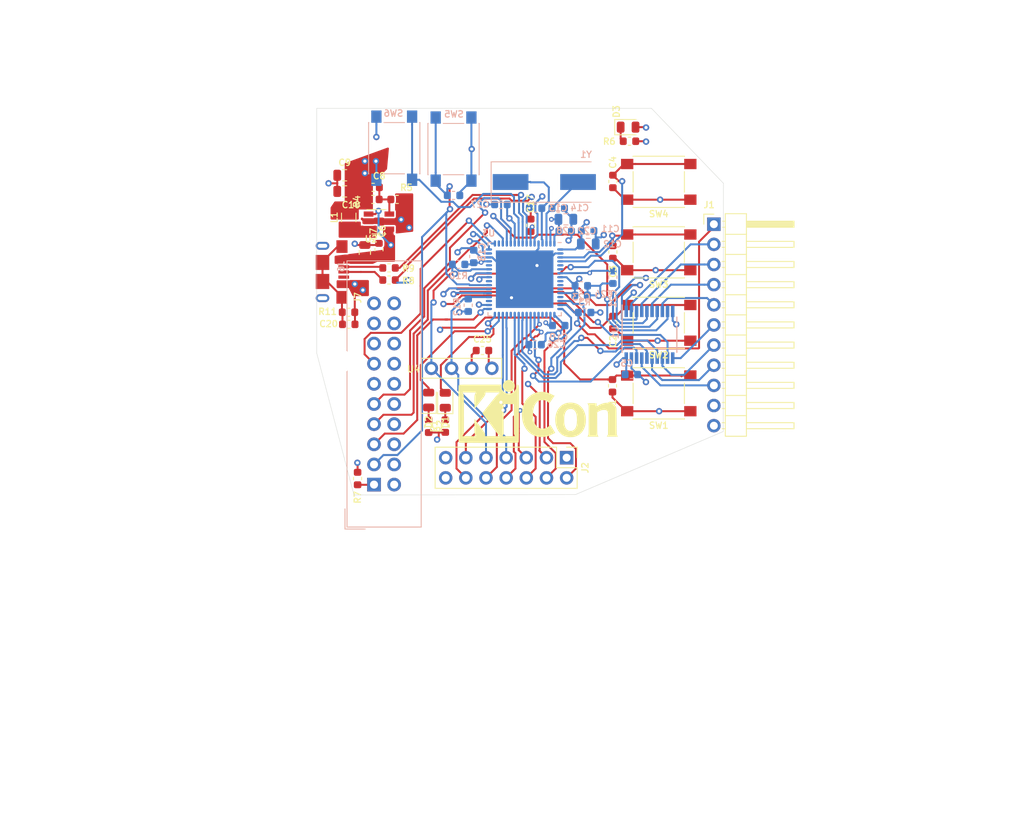
<source format=kicad_pcb>
(kicad_pcb (version 20171130) (host pcbnew "(5.0.2)-1")
  (layers (0 F.Cu signal) (1 In1.Cu signal) (2 In2.Cu signal) (31 B.Cu signal) (34 B.Paste user hide) (35 F.Paste user hide) (36 B.SilkS user hide) (37 F.SilkS user) (38 B.Mask user hide) (39 F.Mask user hide) (44 Edge.Cuts user))
  (net 0 "")
  (net 1 GND)
  (net 2 +3V3)
  (net 3 VBUS)
  (net 4 "Net-(C8-Pad2)")
  (net 5 "Net-(C13-Pad1)")
  (net 6 "Net-(C14-Pad1)")
  (net 7 /NRST)
  (net 8 "Net-(C20-Pad1)")
  (net 9 +1V2)
  (net 10 "Net-(D1-Pad2)")
  (net 11 "Net-(D2-Pad2)")
  (net 12 "Net-(D3-Pad1)")
  (net 13 /PROBE_IN7)
  (net 14 /PROBE_IN6)
  (net 15 /PROBE_IN5)
  (net 16 /PROBE_IN4)
  (net 17 /PROBE_IN3)
  (net 18 /PROBE_IN2)
  (net 19 /PROBE_IN1)
  (net 20 /PROBE_IN0)
  (net 21 /ADC1)
  (net 22 /ADC0)
  (net 23 /MOSI)
  (net 24 /MISO)
  (net 25 /SCK)
  (net 26 /SDA)
  (net 27 /SCL)
  (net 28 /UART_RX)
  (net 29 /UART_TX)
  (net 30 /USB_D+)
  (net 31 /USB_D-)
  (net 32 "Net-(L1-Pad1)")
  (net 33 /PIODCCLK)
  (net 34 /PCK0)
  (net 35 /PROBE3)
  (net 36 /PROBE2)
  (net 37 /PROBE1)
  (net 38 /PROBE0)
  (net 39 /PROBE7)
  (net 40 /PROBE6)
  (net 41 /PROBE5)
  (net 42 /PROBE4)
  (net 43 /USB1_D+)
  (net 44 /USB1_D-)
  (net 45 /TDO)
  (net 46 /TCK)
  (net 47 /TMS)
  (net 48 /TDI)
  (net 49 "Net-(D1-Pad1)")
  (net 50 "Net-(D2-Pad1)")
  (net 51 /DAC1)
  (net 52 /DAC0)
  (net 53 "Net-(J6-Pad1)")
  (net 54 "Net-(SW6-Pad2)")
  (net 55 /BTN3)
  (net 56 /BTN4)
  (net 57 /BTN1)
  (net 58 /BTN2)
  (module kicon_badge:OLED_SSD1306 (layer F.Cu) (at 158.496 55.118 180)
    (fp_text reference U4 (at 6.05 -12.75 180) (layer F.SilkS) (effects (font (size 0.8 0.8))))
    (fp_text value OLED_SSD1306)
    (pad 3 thru_hole circle (at 1.27 -12.65 180) (size 1.7 1.7) (drill 1) (layers *.Cu *.Mask) (net 27 /SCL))
    (pad 2 thru_hole circle (at -1.27 -12.65 180) (size 1.7 1.7) (drill 1) (layers *.Cu *.Mask) (net 2 +3V3))
    (pad 4 thru_hole circle (at 3.81 -12.65 180) (size 1.7 1.7) (drill 1) (layers *.Cu *.Mask) (net 26 /SDA))
    (pad 1 thru_hole circle (at -3.81 -12.65 180) (size 1.7 1.7) (drill 1) (layers *.Cu *.Mask) (net 1 GND))
    (pad "" np_thru_hole circle (at 15.475 17.2 180) (size 3.2 3.2) (drill 3.2) (layers *.Cu *.Mask))
    (pad "" np_thru_hole circle (at 15.475 -11.75 180) (size 3.2 3.2) (drill 3.2) (layers *.Cu *.Mask))
    (pad "" np_thru_hole circle (at -15.475 -11.75 180) (size 3.2 3.2) (drill 3.2) (layers *.Cu *.Mask))
    (pad "" np_thru_hole circle (at -15.475 17.2 180) (size 3.2 3.2) (drill 3.2) (layers *.Cu *.Mask))
  )
  (module kicon_badge:ClipHole (layer B.Cu) (at 169.418 37.846 180)
    (fp_text reference H1 hide)
    (fp_text value Clip)
    (pad "" np_thru_hole oval (at 0 0 180) (size 12.5 3.5) (drill oval 12.5 3.5) (layers *.Cu *.Mask))
  )
  (module kicon_badge:KiCon_Logo (layer F.Cu) (at 168.2242 73.1774)
    (fp_text reference REF** hide)
    (fp_text value KiCon_Logo hide)
  )
  (module Resistor_SMD:R_0603_1608Metric (layer B.Cu) (at 159.330303 59.818535 270)
    (fp_text reference R12 (at 0.2 1.4 270) (layer B.SilkS) (effects (font (size 0.8 0.8)) (justify mirror)))
    (fp_text value 1k5)
    (pad 2 smd roundrect (at 0.7875 0 270) (size 0.875 0.95) (layers B.Cu B.Paste B.Mask) (net 2 +3V3))
    (pad 1 smd roundrect (at -0.7875 0 270) (size 0.875 0.95) (layers B.Cu B.Paste B.Mask) (net 27 /SCL))
  )
  (module Resistor_SMD:R_0603_1608Metric (layer B.Cu) (at 158.115 54.6735)
    (fp_text reference R10 (at 0 1.43) (layer B.SilkS) (effects (font (size 0.8 0.8)) (justify mirror)))
    (fp_text value 1k5)
    (pad 2 smd roundrect (at 0.7875 0) (size 0.875 0.95) (layers B.Cu B.Paste B.Mask) (net 2 +3V3))
    (pad 1 smd roundrect (at -0.7875 0) (size 0.875 0.95) (layers B.Cu B.Paste B.Mask) (net 26 /SDA))
  )
  (module Button_Switch_SMD:SW_SPST_PTS645 (layer F.Cu) (at 183.338303 70.933085 180)
    (fp_text reference SW1 (at 0 -4.05 180) (layer F.SilkS) (effects (font (size 0.8 0.8))))
    (fp_text value BTN1)
    (pad 2 smd rect (at 3.98 2.25 180) (size 1.55 1.3) (layers F.Cu F.Paste F.Mask) (net 57 /BTN1))
    (pad 1 smd rect (at 3.98 -2.25 180) (size 1.55 1.3) (layers F.Cu F.Paste F.Mask) (net 1 GND))
    (pad 1 smd rect (at -3.98 -2.25 180) (size 1.55 1.3) (layers F.Cu F.Paste F.Mask) (net 1 GND))
    (pad 2 smd rect (at -3.98 2.25 180) (size 1.55 1.3) (layers F.Cu F.Paste F.Mask) (net 57 /BTN1))
  )
  (module Button_Switch_SMD:SW_SPST_PTS645 (layer B.Cu) (at 150.008128 40.021547 270)
    (fp_text reference SW6 (at -4.4 0.1 180) (layer B.SilkS) (effects (font (size 0.8 0.8)) (justify mirror)))
    (fp_text value Erase)
    (pad 2 smd rect (at 3.98 -2.25 270) (size 1.55 1.3) (layers B.Cu B.Paste B.Mask) (net 54 "Net-(SW6-Pad2)"))
    (pad 1 smd rect (at 3.98 2.25 270) (size 1.55 1.3) (layers B.Cu B.Paste B.Mask) (net 2 +3V3))
    (pad 1 smd rect (at -3.98 2.25 270) (size 1.55 1.3) (layers B.Cu B.Paste B.Mask) (net 2 +3V3))
    (pad 2 smd rect (at -3.98 -2.25 270) (size 1.55 1.3) (layers B.Cu B.Paste B.Mask) (net 54 "Net-(SW6-Pad2)"))
  )
  (module Button_Switch_SMD:SW_SPST_PTS645 (layer B.Cu) (at 157.48 40.132 90)
    (fp_text reference SW5 (at 4.4 0.05) (layer B.SilkS) (effects (font (size 0.8 0.8)) (justify mirror)))
    (fp_text value Reset)
    (pad 2 smd rect (at 3.98 -2.25 90) (size 1.55 1.3) (layers B.Cu B.Paste B.Mask) (net 7 /NRST))
    (pad 1 smd rect (at 3.98 2.25 90) (size 1.55 1.3) (layers B.Cu B.Paste B.Mask) (net 1 GND))
    (pad 1 smd rect (at -3.98 2.25 90) (size 1.55 1.3) (layers B.Cu B.Paste B.Mask) (net 1 GND))
    (pad 2 smd rect (at -3.98 -2.25 90) (size 1.55 1.3) (layers B.Cu B.Paste B.Mask) (net 7 /NRST))
  )
  (module Button_Switch_SMD:SW_SPST_PTS645 (layer F.Cu) (at 183.338303 62.043085 180)
    (fp_text reference SW2 (at 0 -4.05 180) (layer F.SilkS) (effects (font (size 0.8 0.8))))
    (fp_text value BTN2)
    (pad 2 smd rect (at 3.98 2.25 180) (size 1.55 1.3) (layers F.Cu F.Paste F.Mask) (net 58 /BTN2))
    (pad 1 smd rect (at 3.98 -2.25 180) (size 1.55 1.3) (layers F.Cu F.Paste F.Mask) (net 1 GND))
    (pad 1 smd rect (at -3.98 -2.25 180) (size 1.55 1.3) (layers F.Cu F.Paste F.Mask) (net 1 GND))
    (pad 2 smd rect (at -3.98 2.25 180) (size 1.55 1.3) (layers F.Cu F.Paste F.Mask) (net 58 /BTN2))
  )
  (module Button_Switch_SMD:SW_SPST_PTS645 (layer F.Cu) (at 183.338303 44.263085 180)
    (fp_text reference SW4 (at 0 -4.05 180) (layer F.SilkS) (effects (font (size 0.8 0.8))))
    (fp_text value BTN4)
    (pad 2 smd rect (at 3.98 2.25 180) (size 1.55 1.3) (layers F.Cu F.Paste F.Mask) (net 56 /BTN4))
    (pad 1 smd rect (at 3.98 -2.25 180) (size 1.55 1.3) (layers F.Cu F.Paste F.Mask) (net 1 GND))
    (pad 1 smd rect (at -3.98 -2.25 180) (size 1.55 1.3) (layers F.Cu F.Paste F.Mask) (net 1 GND))
    (pad 2 smd rect (at -3.98 2.25 180) (size 1.55 1.3) (layers F.Cu F.Paste F.Mask) (net 56 /BTN4))
  )
  (module Button_Switch_SMD:SW_SPST_PTS645 (layer F.Cu) (at 183.338303 53.153085 180)
    (fp_text reference SW3 (at 0 -4.05 180) (layer F.SilkS) (effects (font (size 0.8 0.8))))
    (fp_text value BTN3)
    (pad 2 smd rect (at 3.98 2.25 180) (size 1.55 1.3) (layers F.Cu F.Paste F.Mask) (net 55 /BTN3))
    (pad 1 smd rect (at 3.98 -2.25 180) (size 1.55 1.3) (layers F.Cu F.Paste F.Mask) (net 1 GND))
    (pad 1 smd rect (at -3.98 -2.25 180) (size 1.55 1.3) (layers F.Cu F.Paste F.Mask) (net 1 GND))
    (pad 2 smd rect (at -3.98 2.25 180) (size 1.55 1.3) (layers F.Cu F.Paste F.Mask) (net 55 /BTN3))
  )
  (module Connector_PinHeader_2.54mm:PinHeader_2x07_P2.54mm_Vertical (layer F.Cu) (at 171.7294 79.0448 270)
    (fp_text reference J2 (at 1.27 -2.33 270) (layer F.SilkS) (effects (font (size 0.8 0.8))))
    (fp_text value Ports)
    (pad 14 thru_hole oval (at 2.54 15.24 270) (size 1.7 1.7) (drill 1) (layers *.Cu *.Mask) (net 1 GND))
    (pad 13 thru_hole oval (at 0 15.24 270) (size 1.7 1.7) (drill 1) (layers *.Cu *.Mask) (net 1 GND))
    (pad 12 thru_hole oval (at 2.54 12.7 270) (size 1.7 1.7) (drill 1) (layers *.Cu *.Mask) (net 28 /UART_RX))
    (pad 11 thru_hole oval (at 0 12.7 270) (size 1.7 1.7) (drill 1) (layers *.Cu *.Mask) (net 29 /UART_TX))
    (pad 10 thru_hole oval (at 2.54 10.16 270) (size 1.7 1.7) (drill 1) (layers *.Cu *.Mask) (net 25 /SCK))
    (pad 9 thru_hole oval (at 0 10.16 270) (size 1.7 1.7) (drill 1) (layers *.Cu *.Mask) (net 26 /SDA))
    (pad 8 thru_hole oval (at 2.54 7.62 270) (size 1.7 1.7) (drill 1) (layers *.Cu *.Mask) (net 23 /MOSI))
    (pad 7 thru_hole oval (at 0 7.62 270) (size 1.7 1.7) (drill 1) (layers *.Cu *.Mask) (net 27 /SCL))
    (pad 6 thru_hole oval (at 2.54 5.08 270) (size 1.7 1.7) (drill 1) (layers *.Cu *.Mask) (net 24 /MISO))
    (pad 5 thru_hole oval (at 0 5.08 270) (size 1.7 1.7) (drill 1) (layers *.Cu *.Mask) (net 52 /DAC0))
    (pad 4 thru_hole oval (at 2.54 2.54 270) (size 1.7 1.7) (drill 1) (layers *.Cu *.Mask) (net 22 /ADC0))
    (pad 3 thru_hole oval (at 0 2.54 270) (size 1.7 1.7) (drill 1) (layers *.Cu *.Mask) (net 51 /DAC1))
    (pad 2 thru_hole oval (at 2.54 0 270) (size 1.7 1.7) (drill 1) (layers *.Cu *.Mask) (net 21 /ADC1))
    (pad 1 thru_hole rect (at 0 0 270) (size 1.7 1.7) (drill 1) (layers *.Cu *.Mask) (net 2 +3V3))
  )
  (module Resistor_SMD:R_0603_1608Metric (layer F.Cu) (at 144.2465 60.706 180)
    (fp_text reference R11 (at 2.6364 0.0808) (layer F.SilkS) (effects (font (size 0.8 0.8))))
    (fp_text value 1M)
    (pad 2 smd roundrect (at 0.7875 0 180) (size 0.875 0.95) (layers F.Cu F.Paste F.Mask) (net 8 "Net-(C20-Pad1)"))
    (pad 1 smd roundrect (at -0.7875 0 180) (size 0.875 0.95) (layers F.Cu F.Paste F.Mask) (net 1 GND))
  )
  (module Resistor_SMD:R_0603_1608Metric (layer F.Cu) (at 149.352 55.118 180)
    (fp_text reference R9 (at -2.4474 -0.0628 180) (layer F.SilkS) (effects (font (size 0.8 0.8))))
    (fp_text value 22)
    (pad 2 smd roundrect (at 0.7875 0 180) (size 0.875 0.95) (layers F.Cu F.Paste F.Mask) (net 44 /USB1_D-))
    (pad 1 smd roundrect (at -0.7875 0 180) (size 0.875 0.95) (layers F.Cu F.Paste F.Mask) (net 31 /USB_D-))
  )
  (module Resistor_SMD:R_0603_1608Metric (layer F.Cu) (at 149.352 56.642 180)
    (fp_text reference R8 (at -2.4474 -0.1 180) (layer F.SilkS) (effects (font (size 0.8 0.8))))
    (fp_text value 22)
    (pad 2 smd roundrect (at 0.7875 0 180) (size 0.875 0.95) (layers F.Cu F.Paste F.Mask) (net 43 /USB1_D+))
    (pad 1 smd roundrect (at -0.7875 0 180) (size 0.875 0.95) (layers F.Cu F.Paste F.Mask) (net 30 /USB_D+))
  )
  (module Resistor_SMD:R_0603_1608Metric (layer F.Cu) (at 145.3896 81.6737 270)
    (fp_text reference R7 (at 2.375 0 270) (layer F.SilkS) (effects (font (size 0.8 0.8))))
    (fp_text value DNF_22)
    (pad 2 smd roundrect (at 0.7875 0 270) (size 0.875 0.95) (layers F.Cu F.Paste F.Mask) (net 53 "Net-(J6-Pad1)"))
    (pad 1 smd roundrect (at -0.7875 0 270) (size 0.875 0.95) (layers F.Cu F.Paste F.Mask) (net 2 +3V3))
  )
  (module Resistor_SMD:R_0603_1608Metric (layer F.Cu) (at 179.650119 39.144302)
    (fp_text reference R6 (at -2.55 0.025) (layer F.SilkS) (effects (font (size 0.8 0.8))))
    (fp_text value 120)
    (pad 2 smd roundrect (at 0.7875 0) (size 0.875 0.95) (layers F.Cu F.Paste F.Mask) (net 1 GND))
    (pad 1 smd roundrect (at -0.7875 0) (size 0.875 0.95) (layers F.Cu F.Paste F.Mask) (net 12 "Net-(D3-Pad1)"))
  )
  (module Resistor_SMD:R_0603_1608Metric (layer F.Cu) (at 150.368 46.482 180)
    (fp_text reference R5 (at -1.1772 1.5) (layer F.SilkS) (effects (font (size 0.8 0.8))))
    (fp_text value 68k)
    (pad 2 smd roundrect (at 0.7875 0 180) (size 0.875 0.95) (layers F.Cu F.Paste F.Mask) (net 4 "Net-(C8-Pad2)"))
    (pad 1 smd roundrect (at -0.7875 0 180) (size 0.875 0.95) (layers F.Cu F.Paste F.Mask) (net 1 GND))
  )
  (module Resistor_SMD:R_0603_1608Metric (layer F.Cu) (at 147.32 46.482 180)
    (fp_text reference R4 (at 2.0192 -0.2564 270) (layer F.SilkS) (effects (font (size 0.8 0.8))))
    (fp_text value 300k)
    (pad 2 smd roundrect (at 0.7875 0 180) (size 0.875 0.95) (layers F.Cu F.Paste F.Mask) (net 2 +3V3))
    (pad 1 smd roundrect (at -0.7875 0 180) (size 0.875 0.95) (layers F.Cu F.Paste F.Mask) (net 4 "Net-(C8-Pad2)"))
  )
  (module Resistor_SMD:R_0603_1608Metric (layer B.Cu) (at 173.998803 60.733035 180)
    (fp_text reference R3 (at 0 1.3 180) (layer B.SilkS) (effects (font (size 0.8 0.8)) (justify mirror)))
    (fp_text value 22)
    (pad 2 smd roundrect (at 0.7875 0 180) (size 0.875 0.95) (layers B.Cu B.Paste B.Mask) (net 33 /PIODCCLK))
    (pad 1 smd roundrect (at -0.7875 0 180) (size 0.875 0.95) (layers B.Cu B.Paste B.Mask) (net 34 /PCK0))
  )
  (module Resistor_SMD:R_0603_1608Metric (layer F.Cu) (at 154.3431 75.0825 270)
    (fp_text reference R2 (at 0 -1.43 270) (layer F.SilkS) (effects (font (size 0.8 0.8))))
    (fp_text value 120)
    (pad 2 smd roundrect (at 0.7875 0 270) (size 0.875 0.95) (layers F.Cu F.Paste F.Mask) (net 1 GND))
    (pad 1 smd roundrect (at -0.7875 0 270) (size 0.875 0.95) (layers F.Cu F.Paste F.Mask) (net 50 "Net-(D2-Pad1)"))
  )
  (module Resistor_SMD:R_0603_1608Metric (layer F.Cu) (at 156.4386 75.057 270)
    (fp_text reference R1 (at 0 1.4 270) (layer F.SilkS) (effects (font (size 0.8 0.8))))
    (fp_text value 120)
    (pad 2 smd roundrect (at 0.7875 0 270) (size 0.875 0.95) (layers F.Cu F.Paste F.Mask) (net 1 GND))
    (pad 1 smd roundrect (at -0.7875 0 270) (size 0.875 0.95) (layers F.Cu F.Paste F.Mask) (net 49 "Net-(D1-Pad1)"))
  )
  (module Inductor_SMD:L_1007_2518Metric (layer F.Cu) (at 144.272 48.748 90)
    (fp_text reference L1 (at 0 -1.82 90) (layer F.SilkS) (effects (font (size 0.8 0.8))))
    (fp_text value 2.2u)
    (pad 2 smd roundrect (at 1.25 0 90) (size 1 2) (layers F.Cu F.Paste F.Mask) (roundrect_rratio 0.2) (net 2 +3V3))
    (pad 1 smd roundrect (at -1.25 0 90) (size 1 2) (layers F.Cu F.Paste F.Mask) (roundrect_rratio 0.2) (net 32 "Net-(L1-Pad1)"))
  )
  (module Capacitor_SMD:C_0805_2012Metric (layer B.Cu) (at 171.634303 48.985535)
    (fp_text reference C28 (at -0.0384 1.425) (layer B.SilkS) (effects (font (size 0.8 0.8)) (justify mirror)))
    (fp_text value 4.7u)
    (pad 2 smd roundrect (at 0.9375 0) (size 0.975 1.4) (layers B.Cu B.Paste B.Mask) (net 1 GND))
    (pad 1 smd roundrect (at -0.9375 0) (size 0.975 1.4) (layers B.Cu B.Paste B.Mask) (net 9 +1V2))
  )
  (module Capacitor_SMD:C_0603_1608Metric (layer B.Cu) (at 163.449 47.117 180)
    (fp_text reference C27 (at 2.65 0 180) (layer B.SilkS) (effects (font (size 0.8 0.8)) (justify mirror)))
    (fp_text value 100n)
    (pad 2 smd roundrect (at 0.7875 0 180) (size 0.875 0.95) (layers B.Cu B.Paste B.Mask) (net 1 GND))
    (pad 1 smd roundrect (at -0.7875 0 180) (size 0.875 0.95) (layers B.Cu B.Paste B.Mask) (net 9 +1V2))
  )
  (module Capacitor_SMD:C_0603_1608Metric (layer B.Cu) (at 167.7543 64.7954)
    (fp_text reference C26 (at 2.675 -0.025 -180) (layer B.SilkS) (effects (font (size 0.8 0.8)) (justify mirror)))
    (fp_text value 100n)
    (pad 2 smd roundrect (at 0.7875 0) (size 0.875 0.95) (layers B.Cu B.Paste B.Mask) (net 1 GND))
    (pad 1 smd roundrect (at -0.7875 0) (size 0.875 0.95) (layers B.Cu B.Paste B.Mask) (net 9 +1V2))
  )
  (module Capacitor_SMD:C_0603_1608Metric (layer F.Cu) (at 161.125 65.532)
    (fp_text reference C25 (at 0 -1.43) (layer F.SilkS) (effects (font (size 0.8 0.8))))
    (fp_text value 100n)
    (pad 2 smd roundrect (at 0.7875 0) (size 0.875 0.95) (layers F.Cu F.Paste F.Mask) (net 1 GND))
    (pad 1 smd roundrect (at -0.7875 0) (size 0.875 0.95) (layers F.Cu F.Paste F.Mask) (net 2 +3V3))
  )
  (module Capacitor_SMD:C_0603_1608Metric (layer B.Cu) (at 173.554303 58.574035)
    (fp_text reference C24 (at 2.85 -0.15) (layer B.SilkS) (effects (font (size 0.8 0.8)) (justify mirror)))
    (fp_text value 100n)
    (pad 2 smd roundrect (at 0.7875 0) (size 0.875 0.95) (layers B.Cu B.Paste B.Mask) (net 1 GND))
    (pad 1 smd roundrect (at -0.7875 0) (size 0.875 0.95) (layers B.Cu B.Paste B.Mask) (net 9 +1V2))
  )
  (module Capacitor_SMD:C_0603_1608Metric (layer B.Cu) (at 173.579803 57.367535)
    (fp_text reference C23 (at 0 1.43) (layer B.SilkS) (effects (font (size 0.8 0.8)) (justify mirror)))
    (fp_text value 100n)
    (pad 2 smd roundrect (at 0.7875 0) (size 0.875 0.95) (layers B.Cu B.Paste B.Mask) (net 1 GND))
    (pad 1 smd roundrect (at -0.7875 0) (size 0.875 0.95) (layers B.Cu B.Paste B.Mask) (net 9 +1V2))
  )
  (module Capacitor_SMD:C_0603_1608Metric (layer B.Cu) (at 171.547803 50.509535)
    (fp_text reference C22 (at 2.75 -0.05) (layer B.SilkS) (effects (font (size 0.8 0.8)) (justify mirror)))
    (fp_text value 100n)
    (pad 2 smd roundrect (at 0.7875 0) (size 0.875 0.95) (layers B.Cu B.Paste B.Mask) (net 1 GND))
    (pad 1 smd roundrect (at -0.7875 0) (size 0.875 0.95) (layers B.Cu B.Paste B.Mask) (net 9 +1V2))
  )
  (module Capacitor_SMD:C_0603_1608Metric (layer B.Cu) (at 177.554803 56.288035 270)
    (fp_text reference C21 (at 2.7084 -0.025 270) (layer B.SilkS) (effects (font (size 0.8 0.8)) (justify mirror)))
    (fp_text value 100n)
    (pad 2 smd roundrect (at 0.7875 0 270) (size 0.875 0.95) (layers B.Cu B.Paste B.Mask) (net 1 GND))
    (pad 1 smd roundrect (at -0.7875 0 270) (size 0.875 0.95) (layers B.Cu B.Paste B.Mask) (net 2 +3V3))
  )
  (module Capacitor_SMD:C_0603_1608Metric (layer F.Cu) (at 144.272 62.23)
    (fp_text reference C20 (at -2.5364 -0.0588 -180) (layer F.SilkS) (effects (font (size 0.8 0.8))))
    (fp_text value 1n)
    (pad 2 smd roundrect (at 0.7875 0) (size 0.875 0.95) (layers F.Cu F.Paste F.Mask) (net 1 GND))
    (pad 1 smd roundrect (at -0.7875 0) (size 0.875 0.95) (layers F.Cu F.Paste F.Mask) (net 8 "Net-(C20-Pad1)"))
  )
  (module Capacitor_SMD:C_0603_1608Metric (layer B.Cu) (at 170.734803 62.384035)
    (fp_text reference C19 (at 0 1.43) (layer B.SilkS) (effects (font (size 0.8 0.8)) (justify mirror)))
    (fp_text value 100n)
    (pad 2 smd roundrect (at 0.7875 0) (size 0.875 0.95) (layers B.Cu B.Paste B.Mask) (net 1 GND))
    (pad 1 smd roundrect (at -0.7875 0) (size 0.875 0.95) (layers B.Cu B.Paste B.Mask) (net 2 +3V3))
  )
  (module Capacitor_SMD:C_0603_1608Metric (layer B.Cu) (at 160.02 53.6702 90)
    (fp_text reference C18 (at 0.55 1.05 90) (layer B.SilkS) (effects (font (size 0.8 0.8)) (justify mirror)))
    (fp_text value 100n)
    (pad 2 smd roundrect (at 0.7875 0 90) (size 0.875 0.95) (layers B.Cu B.Paste B.Mask) (net 1 GND))
    (pad 1 smd roundrect (at -0.7875 0 90) (size 0.875 0.95) (layers B.Cu B.Paste B.Mask) (net 2 +3V3))
  )
  (module Capacitor_SMD:C_0603_1608Metric (layer F.Cu) (at 167.204303 49.747535 90)
    (fp_text reference C17 (at 2.737 -0.0152 90) (layer F.SilkS) (effects (font (size 0.8 0.8))))
    (fp_text value 100n)
    (pad 2 smd roundrect (at 0.7875 0 90) (size 0.875 0.95) (layers F.Cu F.Paste F.Mask) (net 1 GND))
    (pad 1 smd roundrect (at -0.7875 0 90) (size 0.875 0.95) (layers F.Cu F.Paste F.Mask) (net 2 +3V3))
  )
  (module Capacitor_SMD:C_0603_1608Metric (layer B.Cu) (at 157.48 45.974 180)
    (fp_text reference C16 hide)
    (fp_text value 100n)
    (pad 1 smd roundrect (at -0.7875 0 180) (size 0.875 0.95) (layers B.Cu B.Paste B.Mask) (net 1 GND))
    (pad 2 smd roundrect (at 0.7875 0 180) (size 0.875 0.95) (layers B.Cu B.Paste B.Mask) (net 7 /NRST))
  )
  (module Capacitor_SMD:C_0603_1608Metric (layer B.Cu) (at 170.671303 47.588535)
    (fp_text reference C14 (at 2.7 -0.05) (layer B.SilkS) (effects (font (size 0.8 0.8)) (justify mirror)))
    (fp_text value 22p)
    (pad 2 smd roundrect (at 0.7875 0) (size 0.875 0.95) (layers B.Cu B.Paste B.Mask) (net 1 GND))
    (pad 1 smd roundrect (at -0.7875 0) (size 0.875 0.95) (layers B.Cu B.Paste B.Mask) (net 6 "Net-(C14-Pad1)"))
  )
  (module Capacitor_SMD:C_0603_1608Metric (layer B.Cu) (at 167.813803 47.588535 180)
    (fp_text reference C13 (at -2.85 0.025 180) (layer B.SilkS) (effects (font (size 0.8 0.8)) (justify mirror)))
    (fp_text value 22p)
    (pad 2 smd roundrect (at 0.7875 0 180) (size 0.875 0.95) (layers B.Cu B.Paste B.Mask) (net 1 GND))
    (pad 1 smd roundrect (at -0.7875 0 180) (size 0.875 0.95) (layers B.Cu B.Paste B.Mask) (net 5 "Net-(C13-Pad1)"))
  )
  (module Capacitor_SMD:C_0805_2012Metric (layer B.Cu) (at 174.458303 52.097035)
    (fp_text reference C12 (at 3.0516 0.014) (layer B.SilkS) (effects (font (size 0.8 0.8)) (justify mirror)))
    (fp_text value 4.7u)
    (pad 2 smd roundrect (at 0.9375 0) (size 0.975 1.4) (layers B.Cu B.Paste B.Mask) (net 1 GND))
    (pad 1 smd roundrect (at -0.9375 0) (size 0.975 1.4) (layers B.Cu B.Paste B.Mask) (net 2 +3V3))
  )
  (module Capacitor_SMD:C_0603_1608Metric (layer B.Cu) (at 174.379803 50.446035)
    (fp_text reference C11 (at 2.8548 -0.2588) (layer B.SilkS) (effects (font (size 0.8 0.8)) (justify mirror)))
    (fp_text value 100n)
    (pad 2 smd roundrect (at 0.7875 0) (size 0.875 0.95) (layers B.Cu B.Paste B.Mask) (net 1 GND))
    (pad 1 smd roundrect (at -0.7875 0) (size 0.875 0.95) (layers B.Cu B.Paste B.Mask) (net 2 +3V3))
  )
  (module Capacitor_SMD:C_0805_2012Metric (layer F.Cu) (at 143.764 45.466 180)
    (fp_text reference C10 (at -0.8 -1.7) (layer F.SilkS) (effects (font (size 0.8 0.8))))
    (fp_text value 22u/6.3V)
    (pad 2 smd roundrect (at 0.9375 0 180) (size 0.975 1.4) (layers F.Cu F.Paste F.Mask) (net 1 GND))
    (pad 1 smd roundrect (at -0.9375 0 180) (size 0.975 1.4) (layers F.Cu F.Paste F.Mask) (net 2 +3V3))
  )
  (module Capacitor_SMD:C_0805_2012Metric (layer F.Cu) (at 143.764 43.434 180)
    (fp_text reference C9 (at 0 1.6 180) (layer F.SilkS) (effects (font (size 0.8 0.8))))
    (fp_text value 22u/6.3V)
    (pad 2 smd roundrect (at 0.9375 0 180) (size 0.975 1.4) (layers F.Cu F.Paste F.Mask) (net 1 GND))
    (pad 1 smd roundrect (at -0.9375 0 180) (size 0.975 1.4) (layers F.Cu F.Paste F.Mask) (net 2 +3V3))
  )
  (module Capacitor_SMD:C_0603_1608Metric (layer F.Cu) (at 147.3455 44.958)
    (fp_text reference C8 (at 0.7694 -1.43) (layer F.SilkS) (effects (font (size 0.8 0.8))))
    (fp_text value 22p)
    (pad 2 smd roundrect (at 0.7875 0) (size 0.875 0.95) (layers F.Cu F.Paste F.Mask) (net 4 "Net-(C8-Pad2)"))
    (pad 1 smd roundrect (at -0.7875 0) (size 0.875 0.95) (layers F.Cu F.Paste F.Mask) (net 2 +3V3))
  )
  (module Capacitor_SMD:C_0805_2012Metric (layer F.Cu) (at 146.304 53.1645 90)
    (fp_text reference C7 (at 2.3 1.0768 -90) (layer F.SilkS) (effects (font (size 0.8 0.8))))
    (fp_text value 22u/6.3V)
    (pad 2 smd roundrect (at 0.9375 0 90) (size 0.975 1.4) (layers F.Cu F.Paste F.Mask) (net 1 GND))
    (pad 1 smd roundrect (at -0.9375 0 90) (size 0.975 1.4) (layers F.Cu F.Paste F.Mask) (net 3 VBUS))
  )
  (module Capacitor_SMD:C_0603_1608Metric (layer F.Cu) (at 148.082 52.8065 90)
    (fp_text reference C6 (at 2.3168 0.3988 -90) (layer F.SilkS) (effects (font (size 0.8 0.8))))
    (fp_text value 100n)
    (pad 2 smd roundrect (at 0.7875 0 90) (size 0.875 0.95) (layers F.Cu F.Paste F.Mask) (net 1 GND))
    (pad 1 smd roundrect (at -0.7875 0 90) (size 0.875 0.95) (layers F.Cu F.Paste F.Mask) (net 3 VBUS))
  )
  (module Capacitor_SMD:C_0603_1608Metric (layer B.Cu) (at 179.8827 68.5546 180)
    (fp_text reference C5 (at 0.575 1.425 180) (layer B.SilkS) (effects (font (size 0.8 0.8)) (justify mirror)))
    (fp_text value 100n)
    (pad 2 smd roundrect (at 0.7875 0 180) (size 0.875 0.95) (layers B.Cu B.Paste B.Mask) (net 2 +3V3))
    (pad 1 smd roundrect (at -0.7875 0 180) (size 0.875 0.95) (layers B.Cu B.Paste B.Mask) (net 1 GND))
  )
  (module Capacitor_SMD:C_0603_1608Metric (layer F.Cu) (at 177.556303 61.992085 90)
    (fp_text reference C2 (at -2.368 0.024 90) (layer F.SilkS) (effects (font (size 0.8 0.8))))
    (fp_text value 100n)
    (pad 2 smd roundrect (at 0.7875 0 90) (size 0.875 0.95) (layers F.Cu F.Paste F.Mask) (net 58 /BTN2))
    (pad 1 smd roundrect (at -0.7875 0 90) (size 0.875 0.95) (layers F.Cu F.Paste F.Mask) (net 1 GND))
  )
  (module Capacitor_SMD:C_0603_1608Metric (layer F.Cu) (at 177.5079 69.9771 90)
    (fp_text reference C1 (at -2.5 0.025 90) (layer F.SilkS) (effects (font (size 0.8 0.8))))
    (fp_text value 100n)
    (pad 2 smd roundrect (at 0.7875 0 90) (size 0.875 0.95) (layers F.Cu F.Paste F.Mask) (net 57 /BTN1))
    (pad 1 smd roundrect (at -0.7875 0 90) (size 0.875 0.95) (layers F.Cu F.Paste F.Mask) (net 1 GND))
  )
  (module Capacitor_SMD:C_0603_1608Metric (layer F.Cu) (at 177.556303 44.212085 90)
    (fp_text reference C4 (at 2.4 0 90) (layer F.SilkS) (effects (font (size 0.8 0.8))))
    (fp_text value 100n)
    (pad 2 smd roundrect (at 0.7875 0 90) (size 0.875 0.95) (layers F.Cu F.Paste F.Mask) (net 56 /BTN4))
    (pad 1 smd roundrect (at -0.7875 0 90) (size 0.875 0.95) (layers F.Cu F.Paste F.Mask) (net 1 GND))
  )
  (module Capacitor_SMD:C_0603_1608Metric (layer F.Cu) (at 177.556303 53.102085 90)
    (fp_text reference C3 (at -2.458 0.024 90) (layer F.SilkS) (effects (font (size 0.8 0.8))))
    (fp_text value 100n)
    (pad 2 smd roundrect (at 0.7875 0 90) (size 0.875 0.95) (layers F.Cu F.Paste F.Mask) (net 55 /BTN3))
    (pad 1 smd roundrect (at -0.7875 0 90) (size 0.875 0.95) (layers F.Cu F.Paste F.Mask) (net 1 GND))
  )
  (module Connector_PinHeader_2.54mm:PinHeader_1x11_P2.54mm_Horizontal (layer F.Cu) (at 190.2841 49.6062)
    (fp_text reference J1 (at -0.6 -2.44) (layer F.SilkS) (effects (font (size 0.8 0.8))))
    (fp_text value LogicProbes)
    (pad 11 thru_hole oval (at 0 25.4) (size 1.7 1.7) (drill 1) (layers *.Cu *.Mask) (net 2 +3V3))
    (pad 10 thru_hole oval (at 0 22.86) (size 1.7 1.7) (drill 1) (layers *.Cu *.Mask) (net 1 GND))
    (pad 9 thru_hole oval (at 0 20.32) (size 1.7 1.7) (drill 1) (layers *.Cu *.Mask) (net 16 /PROBE_IN4))
    (pad 8 thru_hole oval (at 0 17.78) (size 1.7 1.7) (drill 1) (layers *.Cu *.Mask) (net 15 /PROBE_IN5))
    (pad 7 thru_hole oval (at 0 15.24) (size 1.7 1.7) (drill 1) (layers *.Cu *.Mask) (net 14 /PROBE_IN6))
    (pad 6 thru_hole oval (at 0 12.7) (size 1.7 1.7) (drill 1) (layers *.Cu *.Mask) (net 13 /PROBE_IN7))
    (pad 5 thru_hole oval (at 0 10.16) (size 1.7 1.7) (drill 1) (layers *.Cu *.Mask) (net 17 /PROBE_IN3))
    (pad 4 thru_hole oval (at 0 7.62) (size 1.7 1.7) (drill 1) (layers *.Cu *.Mask) (net 18 /PROBE_IN2))
    (pad 3 thru_hole oval (at 0 5.08) (size 1.7 1.7) (drill 1) (layers *.Cu *.Mask) (net 19 /PROBE_IN1))
    (pad 2 thru_hole oval (at 0 2.54) (size 1.7 1.7) (drill 1) (layers *.Cu *.Mask) (net 20 /PROBE_IN0))
    (pad 1 thru_hole rect (at 0 0) (size 1.7 1.7) (drill 1) (layers *.Cu *.Mask) (net 33 /PIODCCLK))
  )
  (module Package_SO:TSSOP-20_4.4x6.5mm_P0.65mm (layer B.Cu) (at 182.1688 63.5381 270)
    (fp_text reference U1 (at -0.25 4.3 270) (layer B.SilkS) (effects (font (size 0.8 0.8)) (justify mirror)))
    (fp_text value 74LCX244MTC)
    (pad 20 smd rect (at 2.95 2.925 270) (size 1.45 0.45) (layers B.Cu B.Paste B.Mask) (net 2 +3V3))
    (pad 19 smd rect (at 2.95 2.275 270) (size 1.45 0.45) (layers B.Cu B.Paste B.Mask) (net 1 GND))
    (pad 18 smd rect (at 2.95 1.625 270) (size 1.45 0.45) (layers B.Cu B.Paste B.Mask) (net 38 /PROBE0))
    (pad 17 smd rect (at 2.95 0.975 270) (size 1.45 0.45) (layers B.Cu B.Paste B.Mask) (net 16 /PROBE_IN4))
    (pad 16 smd rect (at 2.95 0.325 270) (size 1.45 0.45) (layers B.Cu B.Paste B.Mask) (net 37 /PROBE1))
    (pad 15 smd rect (at 2.95 -0.325 270) (size 1.45 0.45) (layers B.Cu B.Paste B.Mask) (net 15 /PROBE_IN5))
    (pad 14 smd rect (at 2.95 -0.975 270) (size 1.45 0.45) (layers B.Cu B.Paste B.Mask) (net 36 /PROBE2))
    (pad 13 smd rect (at 2.95 -1.625 270) (size 1.45 0.45) (layers B.Cu B.Paste B.Mask) (net 14 /PROBE_IN6))
    (pad 12 smd rect (at 2.95 -2.275 270) (size 1.45 0.45) (layers B.Cu B.Paste B.Mask) (net 35 /PROBE3))
    (pad 11 smd rect (at 2.95 -2.925 270) (size 1.45 0.45) (layers B.Cu B.Paste B.Mask) (net 13 /PROBE_IN7))
    (pad 10 smd rect (at -2.95 -2.925 270) (size 1.45 0.45) (layers B.Cu B.Paste B.Mask) (net 1 GND))
    (pad 9 smd rect (at -2.95 -2.275 270) (size 1.45 0.45) (layers B.Cu B.Paste B.Mask) (net 39 /PROBE7))
    (pad 8 smd rect (at -2.95 -1.625 270) (size 1.45 0.45) (layers B.Cu B.Paste B.Mask) (net 17 /PROBE_IN3))
    (pad 7 smd rect (at -2.95 -0.975 270) (size 1.45 0.45) (layers B.Cu B.Paste B.Mask) (net 40 /PROBE6))
    (pad 6 smd rect (at -2.95 -0.325 270) (size 1.45 0.45) (layers B.Cu B.Paste B.Mask) (net 18 /PROBE_IN2))
    (pad 5 smd rect (at -2.95 0.325 270) (size 1.45 0.45) (layers B.Cu B.Paste B.Mask) (net 41 /PROBE5))
    (pad 4 smd rect (at -2.95 0.975 270) (size 1.45 0.45) (layers B.Cu B.Paste B.Mask) (net 19 /PROBE_IN1))
    (pad 3 smd rect (at -2.95 1.625 270) (size 1.45 0.45) (layers B.Cu B.Paste B.Mask) (net 42 /PROBE4))
    (pad 2 smd rect (at -2.95 2.275 270) (size 1.45 0.45) (layers B.Cu B.Paste B.Mask) (net 20 /PROBE_IN0))
    (pad 1 smd rect (at -2.95 2.925 270) (size 1.45 0.45) (layers B.Cu B.Paste B.Mask) (net 1 GND))
  )
  (module Crystal:Crystal_SMD_HC49-SD (layer B.Cu) (at 168.918803 44.286535)
    (fp_text reference Y1 (at 5.252 -3.464) (layer B.SilkS) (effects (font (size 0.8 0.8)) (justify mirror)))
    (fp_text value 12M)
    (pad 2 smd rect (at 4.25 0) (size 4.5 2) (layers B.Cu B.Paste B.Mask) (net 6 "Net-(C14-Pad1)"))
    (pad 1 smd rect (at -4.25 0) (size 4.5 2) (layers B.Cu B.Paste B.Mask) (net 5 "Net-(C13-Pad1)"))
  )
  (module Package_DFN_QFN:QFN-64-1EP_9x9mm_P0.5mm_EP7.25x7.25mm (layer B.Cu) (at 166.439303 56.539035 180)
    (fp_text reference U3 (at 4.53 5.804 180) (layer B.SilkS) (effects (font (size 0.8 0.8)) (justify mirror)))
    (fp_text value ATSAM4SD16BA-MU)
    (pad 65 smd rect (at 0 0 180) (size 7.25 7.25) (layers B.Cu B.Mask) (net 1 GND))
    (pad 64 smd oval (at -3.75 4.5 90) (size 0.8 0.3) (layers B.Cu B.Paste B.Mask) (net 9 +1V2))
    (pad 63 smd oval (at -3.25 4.5 90) (size 0.8 0.3) (layers B.Cu B.Paste B.Mask) (net 51 /DAC1))
    (pad 62 smd oval (at -2.75 4.5 90) (size 0.8 0.3) (layers B.Cu B.Paste B.Mask) (net 6 "Net-(C14-Pad1)"))
    (pad 61 smd oval (at -2.25 4.5 90) (size 0.8 0.3) (layers B.Cu B.Paste B.Mask) (net 5 "Net-(C13-Pad1)"))
    (pad 60 smd oval (at -1.75 4.5 90) (size 0.8 0.3) (layers B.Cu B.Paste B.Mask) (net 1 GND))
    (pad 59 smd oval (at -1.25 4.5 90) (size 0.8 0.3) (layers B.Cu B.Paste B.Mask) (net 52 /DAC0))
    (pad 58 smd oval (at -0.75 4.5 90) (size 0.8 0.3) (layers B.Cu B.Paste B.Mask) (net 2 +3V3))
    (pad 57 smd oval (at -0.25 4.5 90) (size 0.8 0.3) (layers B.Cu B.Paste B.Mask) (net 30 /USB_D+))
    (pad 56 smd oval (at 0.25 4.5 90) (size 0.8 0.3) (layers B.Cu B.Paste B.Mask) (net 31 /USB_D-))
    (pad 55 smd oval (at 0.75 4.5 90) (size 0.8 0.3) (layers B.Cu B.Paste B.Mask) (net 54 "Net-(SW6-Pad2)"))
    (pad 54 smd oval (at 1.25 4.5 90) (size 0.8 0.3) (layers B.Cu B.Paste B.Mask) (net 9 +1V2))
    (pad 53 smd oval (at 1.75 4.5 90) (size 0.8 0.3) (layers B.Cu B.Paste B.Mask) (net 46 /TCK))
    (pad 52 smd oval (at 2.25 4.5 90) (size 0.8 0.3) (layers B.Cu B.Paste B.Mask) (net 39 /PROBE7))
    (pad 51 smd oval (at 2.75 4.5 90) (size 0.8 0.3) (layers B.Cu B.Paste B.Mask) (net 47 /TMS))
    (pad 50 smd oval (at 3.25 4.5 90) (size 0.8 0.3) (layers B.Cu B.Paste B.Mask))
    (pad 49 smd oval (at 3.75 4.5 90) (size 0.8 0.3) (layers B.Cu B.Paste B.Mask) (net 45 /TDO))
    (pad 48 smd oval (at 4.5 3.75 180) (size 0.8 0.3) (layers B.Cu B.Paste B.Mask) (net 58 /BTN2))
    (pad 47 smd oval (at 4.5 3.25 180) (size 0.8 0.3) (layers B.Cu B.Paste B.Mask) (net 57 /BTN1))
    (pad 46 smd oval (at 4.5 2.75 180) (size 0.8 0.3) (layers B.Cu B.Paste B.Mask) (net 1 GND))
    (pad 45 smd oval (at 4.5 2.25 180) (size 0.8 0.3) (layers B.Cu B.Paste B.Mask) (net 2 +3V3))
    (pad 44 smd oval (at 4.5 1.75 180) (size 0.8 0.3) (layers B.Cu B.Paste B.Mask))
    (pad 43 smd oval (at 4.5 1.25 180) (size 0.8 0.3) (layers B.Cu B.Paste B.Mask) (net 26 /SDA))
    (pad 42 smd oval (at 4.5 0.75 180) (size 0.8 0.3) (layers B.Cu B.Paste B.Mask) (net 40 /PROBE6))
    (pad 41 smd oval (at 4.5 0.25 180) (size 0.8 0.3) (layers B.Cu B.Paste B.Mask) (net 41 /PROBE5))
    (pad 40 smd oval (at 4.5 -0.25 180) (size 0.8 0.3) (layers B.Cu B.Paste B.Mask))
    (pad 39 smd oval (at 4.5 -0.75 180) (size 0.8 0.3) (layers B.Cu B.Paste B.Mask) (net 7 /NRST))
    (pad 38 smd oval (at 4.5 -1.25 180) (size 0.8 0.3) (layers B.Cu B.Paste B.Mask) (net 42 /PROBE4))
    (pad 37 smd oval (at 4.5 -1.75 180) (size 0.8 0.3) (layers B.Cu B.Paste B.Mask) (net 35 /PROBE3))
    (pad 36 smd oval (at 4.5 -2.25 180) (size 0.8 0.3) (layers B.Cu B.Paste B.Mask) (net 27 /SCL))
    (pad 35 smd oval (at 4.5 -2.75 180) (size 0.8 0.3) (layers B.Cu B.Paste B.Mask))
    (pad 34 smd oval (at 4.5 -3.25 180) (size 0.8 0.3) (layers B.Cu B.Paste B.Mask) (net 34 /PCK0))
    (pad 33 smd oval (at 4.5 -3.75 180) (size 0.8 0.3) (layers B.Cu B.Paste B.Mask) (net 48 /TDI))
    (pad 32 smd oval (at 3.75 -4.5 90) (size 0.8 0.3) (layers B.Cu B.Paste B.Mask) (net 10 "Net-(D1-Pad2)"))
    (pad 31 smd oval (at 3.25 -4.5 90) (size 0.8 0.3) (layers B.Cu B.Paste B.Mask) (net 11 "Net-(D2-Pad2)"))
    (pad 30 smd oval (at 2.75 -4.5 90) (size 0.8 0.3) (layers B.Cu B.Paste B.Mask) (net 28 /UART_RX))
    (pad 29 smd oval (at 2.25 -4.5 90) (size 0.8 0.3) (layers B.Cu B.Paste B.Mask) (net 29 /UART_TX))
    (pad 28 smd oval (at 1.75 -4.5 90) (size 0.8 0.3) (layers B.Cu B.Paste B.Mask))
    (pad 27 smd oval (at 1.25 -4.5 90) (size 0.8 0.3) (layers B.Cu B.Paste B.Mask) (net 24 /MISO))
    (pad 26 smd oval (at 0.75 -4.5 90) (size 0.8 0.3) (layers B.Cu B.Paste B.Mask) (net 36 /PROBE2))
    (pad 25 smd oval (at 0.25 -4.5 90) (size 0.8 0.3) (layers B.Cu B.Paste B.Mask) (net 37 /PROBE1))
    (pad 24 smd oval (at -0.25 -4.5 90) (size 0.8 0.3) (layers B.Cu B.Paste B.Mask) (net 9 +1V2))
    (pad 23 smd oval (at -0.75 -4.5 90) (size 0.8 0.3) (layers B.Cu B.Paste B.Mask) (net 38 /PROBE0))
    (pad 22 smd oval (at -1.25 -4.5 90) (size 0.8 0.3) (layers B.Cu B.Paste B.Mask) (net 23 /MOSI))
    (pad 21 smd oval (at -1.75 -4.5 90) (size 0.8 0.3) (layers B.Cu B.Paste B.Mask) (net 25 /SCK))
    (pad 20 smd oval (at -2.25 -4.5 90) (size 0.8 0.3) (layers B.Cu B.Paste B.Mask))
    (pad 19 smd oval (at -2.75 -4.5 90) (size 0.8 0.3) (layers B.Cu B.Paste B.Mask))
    (pad 18 smd oval (at -3.25 -4.5 90) (size 0.8 0.3) (layers B.Cu B.Paste B.Mask) (net 2 +3V3))
    (pad 17 smd oval (at -3.75 -4.5 90) (size 0.8 0.3) (layers B.Cu B.Paste B.Mask) (net 1 GND))
    (pad 16 smd oval (at -4.5 -3.75 180) (size 0.8 0.3) (layers B.Cu B.Paste B.Mask) (net 22 /ADC0))
    (pad 15 smd oval (at -4.5 -3.25 180) (size 0.8 0.3) (layers B.Cu B.Paste B.Mask) (net 33 /PIODCCLK))
    (pad 14 smd oval (at -4.5 -2.75 180) (size 0.8 0.3) (layers B.Cu B.Paste B.Mask) (net 21 /ADC1))
    (pad 13 smd oval (at -4.5 -2.25 180) (size 0.8 0.3) (layers B.Cu B.Paste B.Mask))
    (pad 12 smd oval (at -4.5 -1.75 180) (size 0.8 0.3) (layers B.Cu B.Paste B.Mask) (net 9 +1V2))
    (pad 11 smd oval (at -4.5 -1.25 180) (size 0.8 0.3) (layers B.Cu B.Paste B.Mask))
    (pad 10 smd oval (at -4.5 -0.75 180) (size 0.8 0.3) (layers B.Cu B.Paste B.Mask))
    (pad 9 smd oval (at -4.5 -0.25 180) (size 0.8 0.3) (layers B.Cu B.Paste B.Mask))
    (pad 8 smd oval (at -4.5 0.25 180) (size 0.8 0.3) (layers B.Cu B.Paste B.Mask) (net 9 +1V2))
    (pad 7 smd oval (at -4.5 0.75 180) (size 0.8 0.3) (layers B.Cu B.Paste B.Mask) (net 2 +3V3))
    (pad 6 smd oval (at -4.5 1.25 180) (size 0.8 0.3) (layers B.Cu B.Paste B.Mask))
    (pad 5 smd oval (at -4.5 1.75 180) (size 0.8 0.3) (layers B.Cu B.Paste B.Mask))
    (pad 4 smd oval (at -4.5 2.25 180) (size 0.8 0.3) (layers B.Cu B.Paste B.Mask) (net 56 /BTN4))
    (pad 3 smd oval (at -4.5 2.75 180) (size 0.8 0.3) (layers B.Cu B.Paste B.Mask) (net 55 /BTN3))
    (pad 2 smd oval (at -4.5 3.25 180) (size 0.8 0.3) (layers B.Cu B.Paste B.Mask) (net 1 GND))
    (pad 1 smd oval (at -4.5 3.75 180) (size 0.8 0.3) (layers B.Cu B.Paste B.Mask) (net 2 +3V3))
  )
  (module Package_TO_SOT_SMD:TSOT-23-5 (layer F.Cu) (at 148.082 49.276)
    (fp_text reference U2 (at -0.979801 2.200199) (layer F.SilkS) (effects (font (size 0.8 0.8))))
    (fp_text value AP3429A)
    (pad 5 smd rect (at 1.31 -0.95) (size 1.22 0.65) (layers F.Cu F.Paste F.Mask) (net 4 "Net-(C8-Pad2)"))
    (pad 4 smd rect (at 1.31 0.95) (size 1.22 0.65) (layers F.Cu F.Paste F.Mask) (net 3 VBUS))
    (pad 3 smd rect (at -1.31 0.95) (size 1.22 0.65) (layers F.Cu F.Paste F.Mask) (net 32 "Net-(L1-Pad1)"))
    (pad 2 smd rect (at -1.31 0) (size 1.22 0.65) (layers F.Cu F.Paste F.Mask) (net 1 GND))
    (pad 1 smd rect (at -1.31 -0.95) (size 1.22 0.65) (layers F.Cu F.Paste F.Mask) (net 3 VBUS))
  )
  (module kicon_badge:10118193-0001LF (layer F.Cu) (at 140.97 55.626 270)
    (fp_text reference J7 (at 3.2468 -4.4604 270) (layer F.SilkS) (effects (font (size 0.8 0.8))))
    (fp_text value USB_B_Micro)
    (pad 6 smd rect (at 1.2 0 90) (size 1.9 1.7) (layers F.Cu F.Paste F.Mask) (net 8 "Net-(C20-Pad1)"))
    (pad 6 smd rect (at -1.2 0 270) (size 1.9 1.7) (layers F.Cu F.Paste F.Mask) (net 8 "Net-(C20-Pad1)"))
    (pad "" thru_hole oval (at 3.3 0 90) (size 1 1.7) (drill oval 0.5 1.2) (layers *.Cu *.Mask))
    (pad "" thru_hole oval (at -3.3 0 270) (size 1 1.7) (drill oval 0.5 1.2) (layers *.Cu *.Mask))
    (pad 6 smd rect (at 3.2 -2.45 270) (size 1.6 1.4) (layers F.Cu F.Paste F.Mask) (net 8 "Net-(C20-Pad1)"))
    (pad 6 smd rect (at -3.2 -2.45 270) (size 1.6 1.4) (layers F.Cu F.Paste F.Mask) (net 8 "Net-(C20-Pad1)"))
    (pad 5 smd rect (at 1.3 -2.675 270) (size 0.4 1.35) (layers F.Cu F.Paste F.Mask) (net 1 GND))
    (pad 4 smd rect (at 0.65 -2.675 270) (size 0.4 1.35) (layers F.Cu F.Paste F.Mask))
    (pad 3 smd rect (at 0 -2.675 270) (size 0.4 1.35) (layers F.Cu F.Paste F.Mask) (net 43 /USB1_D+))
    (pad 2 smd rect (at -0.65 -2.675 270) (size 0.4 1.35) (layers F.Cu F.Paste F.Mask) (net 44 /USB1_D-))
    (pad 1 smd rect (at -1.3 -2.675 270) (size 0.4 1.35) (layers F.Cu F.Paste F.Mask) (net 3 VBUS))
  )
  (module Connector_IDC:IDC-Header_2x10_P2.54mm_Vertical (layer B.Cu) (at 147.4597 82.4357)
    (fp_text reference J6 (at -4.15 -27.5 270) (layer B.SilkS) (effects (font (size 0.8 0.8)) (justify mirror)))
    (fp_text value Conn_ARM_JTAG_SWD_20)
    (pad 20 thru_hole oval (at 2.54 -22.86) (size 1.7272 1.7272) (drill 1.016) (layers *.Cu *.Mask) (net 1 GND))
    (pad 19 thru_hole oval (at 0 -22.86) (size 1.7272 1.7272) (drill 1.016) (layers *.Cu *.Mask))
    (pad 18 thru_hole oval (at 2.54 -20.32) (size 1.7272 1.7272) (drill 1.016) (layers *.Cu *.Mask) (net 1 GND))
    (pad 17 thru_hole oval (at 0 -20.32) (size 1.7272 1.7272) (drill 1.016) (layers *.Cu *.Mask))
    (pad 16 thru_hole oval (at 2.54 -17.78) (size 1.7272 1.7272) (drill 1.016) (layers *.Cu *.Mask) (net 1 GND))
    (pad 15 thru_hole oval (at 0 -17.78) (size 1.7272 1.7272) (drill 1.016) (layers *.Cu *.Mask))
    (pad 14 thru_hole oval (at 2.54 -15.24) (size 1.7272 1.7272) (drill 1.016) (layers *.Cu *.Mask) (net 1 GND))
    (pad 13 thru_hole oval (at 0 -15.24) (size 1.7272 1.7272) (drill 1.016) (layers *.Cu *.Mask) (net 45 /TDO))
    (pad 12 thru_hole oval (at 2.54 -12.7) (size 1.7272 1.7272) (drill 1.016) (layers *.Cu *.Mask) (net 1 GND))
    (pad 11 thru_hole oval (at 0 -12.7) (size 1.7272 1.7272) (drill 1.016) (layers *.Cu *.Mask))
    (pad 10 thru_hole oval (at 2.54 -10.16) (size 1.7272 1.7272) (drill 1.016) (layers *.Cu *.Mask) (net 1 GND))
    (pad 9 thru_hole oval (at 0 -10.16) (size 1.7272 1.7272) (drill 1.016) (layers *.Cu *.Mask) (net 46 /TCK))
    (pad 8 thru_hole oval (at 2.54 -7.62) (size 1.7272 1.7272) (drill 1.016) (layers *.Cu *.Mask) (net 1 GND))
    (pad 7 thru_hole oval (at 0 -7.62) (size 1.7272 1.7272) (drill 1.016) (layers *.Cu *.Mask) (net 47 /TMS))
    (pad 6 thru_hole oval (at 2.54 -5.08) (size 1.7272 1.7272) (drill 1.016) (layers *.Cu *.Mask) (net 1 GND))
    (pad 5 thru_hole oval (at 0 -5.08) (size 1.7272 1.7272) (drill 1.016) (layers *.Cu *.Mask) (net 48 /TDI))
    (pad 4 thru_hole oval (at 2.54 -2.54) (size 1.7272 1.7272) (drill 1.016) (layers *.Cu *.Mask) (net 1 GND))
    (pad 3 thru_hole oval (at 0 -2.54) (size 1.7272 1.7272) (drill 1.016) (layers *.Cu *.Mask) (net 7 /NRST))
    (pad 2 thru_hole oval (at 2.54 0) (size 1.7272 1.7272) (drill 1.016) (layers *.Cu *.Mask))
    (pad 1 thru_hole rect (at 0 0) (size 1.7272 1.7272) (drill 1.016) (layers *.Cu *.Mask) (net 53 "Net-(J6-Pad1)"))
  )
  (module LED_SMD:LED_0805_2012Metric (layer F.Cu) (at 179.474619 37.366302)
    (fp_text reference D3 (at -1.4648 -1.0812 -270) (layer F.SilkS) (effects (font (size 0.8 0.8)) (justify left)))
    (fp_text value LED)
    (pad 2 smd roundrect (at 0.9375 0) (size 0.975 1.4) (layers F.Cu F.Paste F.Mask) (net 2 +3V3))
    (pad 1 smd roundrect (at -0.9375 0) (size 0.975 1.4) (layers F.Cu F.Paste F.Mask) (net 12 "Net-(D3-Pad1)"))
  )
  (module LED_SMD:LED_0805_2012Metric (layer F.Cu) (at 154.3431 71.77 90)
    (fp_text reference D2 (at -2.7625 0 90) (layer F.SilkS) (effects (font (size 0.8 0.8))))
    (fp_text value LED)
    (pad 2 smd roundrect (at 0.9375 0 90) (size 0.975 1.4) (layers F.Cu F.Paste F.Mask) (net 11 "Net-(D2-Pad2)"))
    (pad 1 smd roundrect (at -0.9375 0 90) (size 0.975 1.4) (layers F.Cu F.Paste F.Mask) (net 50 "Net-(D2-Pad1)"))
  )
  (module LED_SMD:LED_0805_2012Metric (layer F.Cu) (at 156.4386 71.8035 90)
    (fp_text reference D1 (at -2.7625 0 90) (layer F.SilkS) (effects (font (size 0.8 0.8))))
    (fp_text value LED)
    (pad 2 smd roundrect (at 0.9375 0 90) (size 0.975 1.4) (layers F.Cu F.Paste F.Mask) (net 10 "Net-(D1-Pad2)"))
    (pad 1 smd roundrect (at -0.9375 0 90) (size 0.975 1.4) (layers F.Cu F.Paste F.Mask) (net 49 "Net-(D1-Pad1)"))
  )
  (gr_line (start 191.4906 44.45) (end 182.4228 35.0012) (layer Edge.Cuts) (width 0.05))
  (gr_line (start 144.9324 83.7438) (end 140.2334 65.8368) (layer Edge.Cuts) (width 0.05))
  (gr_line (start 172.847 83.693) (end 191.4652 75.7428) (layer Edge.Cuts) (width 0.05))
  (gr_line (start 182.4228 35.0012) (end 140.2334 35) (layer Edge.Cuts) (width 0.05))
  (gr_line (start 191.4652 75.7428) (end 191.4906 44.45) (layer Edge.Cuts) (width 0.05))
  (gr_line (start 144.9324 83.7438) (end 172.847 83.693) (layer Edge.Cuts) (width 0.05))
  (gr_line (start 140.2334 35.0012) (end 140.2334 65.8368) (layer Edge.Cuts) (width 0.05))
  (via (at 164.7825 58.8772) (size 0.8) (drill 0.4) (layers F.Cu B.Cu) (net 1))
  (via (at 167.9956 54.8132) (size 0.8) (drill 0.4) (layers F.Cu B.Cu) (net 1))
  (via (at 145.034 57.15) (size 0.8) (drill 0.4) (layers F.Cu B.Cu) (net 1))
  (segment (start 145.034 60.706) (end 145.034 57.15) (width 0.25) (layer F.Cu) (net 1))
  (segment (start 145.0595 60.7315) (end 145.034 60.706) (width 0.25) (layer F.Cu) (net 1))
  (segment (start 145.0595 62.23) (end 145.0595 60.7315) (width 0.25) (layer F.Cu) (net 1))
  (via (at 146.05 57.912) (size 0.8) (drill 0.4) (layers F.Cu B.Cu) (net 1))
  (segment (start 147.874 52.227) (end 148.082 52.019) (width 0.25) (layer F.Cu) (net 1))
  (segment (start 146.304 52.227) (end 147.874 52.227) (width 0.25) (layer F.Cu) (net 1))
  (via (at 145.034 52.07) (size 0.8) (drill 0.4) (layers F.Cu B.Cu) (net 1))
  (segment (start 146.304 52.227) (end 145.191 52.227) (width 0.25) (layer F.Cu) (net 1))
  (segment (start 145.191 52.227) (end 145.034 52.07) (width 0.25) (layer F.Cu) (net 1))
  (via (at 150.876 49.022) (size 0.8) (drill 0.4) (layers F.Cu B.Cu) (net 1))
  (via (at 151.892 50.038) (size 0.8) (drill 0.4) (layers F.Cu B.Cu) (net 1))
  (via (at 141.732 44.45) (size 0.8) (drill 0.4) (layers F.Cu B.Cu) (net 1))
  (segment (start 142.8265 44.45) (end 141.732 44.45) (width 0.25) (layer F.Cu) (net 1))
  (segment (start 142.8265 44.45) (end 142.8265 45.466) (width 0.25) (layer F.Cu) (net 1))
  (segment (start 142.8265 43.434) (end 142.8265 44.45) (width 0.25) (layer F.Cu) (net 1))
  (via (at 159.766 40.132) (size 0.8) (drill 0.4) (layers F.Cu B.Cu) (net 1))
  (segment (start 159.73 40.168) (end 159.766 40.132) (width 0.25) (layer B.Cu) (net 1))
  (segment (start 159.73 40.386) (end 159.73 40.168) (width 0.25) (layer B.Cu) (net 1))
  (segment (start 159.73 40.386) (end 159.73 36.152) (width 0.25) (layer B.Cu) (net 1))
  (segment (start 159.73 44.112) (end 159.73 40.386) (width 0.25) (layer B.Cu) (net 1))
  (segment (start 158.2675 45.5745) (end 159.73 44.112) (width 0.25) (layer B.Cu) (net 1))
  (segment (start 158.2675 45.974) (end 158.2675 45.5745) (width 0.25) (layer B.Cu) (net 1))
  (via (at 181.737 39.1922) (size 0.8) (drill 0.4) (layers F.Cu B.Cu) (net 1))
  (segment (start 180.437619 39.144302) (end 181.689102 39.144302) (width 0.25) (layer F.Cu) (net 1))
  (segment (start 181.689102 39.144302) (end 181.737 39.1922) (width 0.25) (layer F.Cu) (net 1))
  (segment (start 166.439303 54.439035) (end 166.439303 56.539035) (width 0.25) (layer B.Cu) (net 1))
  (segment (start 168.189303 52.689035) (end 166.439303 54.439035) (width 0.25) (layer B.Cu) (net 1))
  (segment (start 168.189303 52.039035) (end 168.189303 52.689035) (width 0.25) (layer B.Cu) (net 1))
  (segment (start 174.367303 58.548535) (end 174.341803 58.574035) (width 0.25) (layer B.Cu) (net 1))
  (segment (start 174.367303 57.367535) (end 174.367303 58.548535) (width 0.25) (layer B.Cu) (net 1))
  (segment (start 176.244303 57.075535) (end 175.967303 57.352535) (width 0.25) (layer B.Cu) (net 1))
  (segment (start 177.554803 57.075535) (end 176.244303 57.075535) (width 0.25) (layer B.Cu) (net 1))
  (segment (start 175.952303 57.367535) (end 175.967303 57.352535) (width 0.25) (layer B.Cu) (net 1))
  (segment (start 174.367303 57.367535) (end 175.952303 57.367535) (width 0.25) (layer B.Cu) (net 1))
  (via (at 175.776803 58.637535) (size 0.8) (drill 0.4) (layers F.Cu B.Cu) (net 1))
  (segment (start 175.967303 57.352535) (end 175.967303 58.447035) (width 0.25) (layer B.Cu) (net 1))
  (segment (start 175.967303 58.447035) (end 175.776803 58.637535) (width 0.25) (layer B.Cu) (net 1))
  (segment (start 175.713303 58.574035) (end 175.776803 58.637535) (width 0.25) (layer B.Cu) (net 1))
  (segment (start 174.341803 58.574035) (end 175.713303 58.574035) (width 0.25) (layer B.Cu) (net 1))
  (segment (start 175.395803 50.674535) (end 175.167303 50.446035) (width 0.25) (layer B.Cu) (net 1))
  (segment (start 172.335303 49.222035) (end 172.571803 48.985535) (width 0.25) (layer B.Cu) (net 1))
  (segment (start 172.335303 50.509535) (end 172.335303 49.222035) (width 0.25) (layer B.Cu) (net 1))
  (segment (start 171.458803 47.872535) (end 172.571803 48.985535) (width 0.25) (layer B.Cu) (net 1))
  (segment (start 171.458803 47.588535) (end 171.458803 47.872535) (width 0.25) (layer B.Cu) (net 1))
  (via (at 171.966803 51.652535) (size 0.8) (drill 0.4) (layers F.Cu B.Cu) (net 1))
  (segment (start 172.335303 50.509535) (end 172.335303 51.284035) (width 0.25) (layer B.Cu) (net 1))
  (segment (start 172.335303 51.284035) (end 171.966803 51.652535) (width 0.25) (layer B.Cu) (net 1))
  (via (at 176.411803 50.954035) (size 0.8) (drill 0.4) (layers F.Cu B.Cu) (net 1))
  (segment (start 176.094303 51.271535) (end 176.411803 50.954035) (width 0.25) (layer B.Cu) (net 1))
  (segment (start 175.395803 51.271535) (end 176.094303 51.271535) (width 0.25) (layer B.Cu) (net 1))
  (segment (start 175.395803 51.271535) (end 175.395803 50.674535) (width 0.25) (layer B.Cu) (net 1))
  (segment (start 175.395803 52.097035) (end 175.395803 51.271535) (width 0.25) (layer B.Cu) (net 1))
  (segment (start 170.189303 61.051035) (end 171.522303 62.384035) (width 0.25) (layer B.Cu) (net 1))
  (segment (start 170.189303 61.039035) (end 170.189303 61.051035) (width 0.25) (layer B.Cu) (net 1))
  (via (at 170.696803 63.336535) (size 0.8) (drill 0.4) (layers F.Cu B.Cu) (net 1))
  (segment (start 171.522303 62.384035) (end 171.522303 62.511035) (width 0.25) (layer B.Cu) (net 1))
  (segment (start 171.522303 62.511035) (end 170.696803 63.336535) (width 0.25) (layer B.Cu) (net 1))
  (segment (start 167.039303 56.539035) (end 166.439303 56.539035) (width 0.25) (layer B.Cu) (net 1))
  (segment (start 170.289303 53.289035) (end 167.039303 56.539035) (width 0.25) (layer B.Cu) (net 1))
  (segment (start 170.939303 53.289035) (end 170.289303 53.289035) (width 0.25) (layer B.Cu) (net 1))
  (segment (start 186.293303 55.403085) (end 182.9435 55.403085) (width 0.25) (layer F.Cu) (net 1))
  (segment (start 187.318303 55.403085) (end 186.293303 55.403085) (width 0.25) (layer F.Cu) (net 1))
  (segment (start 177.844803 53.889585) (end 179.358303 55.403085) (width 0.25) (layer F.Cu) (net 1))
  (segment (start 177.556303 53.889585) (end 177.844803 53.889585) (width 0.25) (layer F.Cu) (net 1))
  (segment (start 177.844803 62.779585) (end 179.358303 64.293085) (width 0.25) (layer F.Cu) (net 1))
  (segment (start 177.556303 62.779585) (end 177.844803 62.779585) (width 0.25) (layer F.Cu) (net 1))
  (segment (start 186.293303 64.293085) (end 183.1975 64.293085) (width 0.25) (layer F.Cu) (net 1))
  (segment (start 187.318303 64.293085) (end 186.293303 64.293085) (width 0.25) (layer F.Cu) (net 1))
  (segment (start 178.815803 73.183085) (end 179.358303 73.183085) (width 0.25) (layer F.Cu) (net 1))
  (segment (start 179.358303 73.183085) (end 183.388 73.183085) (width 0.25) (layer F.Cu) (net 1))
  (via (at 167.026303 47.588535) (size 0.6) (drill 0.3) (layers F.Cu B.Cu) (net 1))
  (segment (start 167.204303 48.960035) (end 167.204303 47.766535) (width 0.25) (layer F.Cu) (net 1))
  (segment (start 167.204303 47.766535) (end 167.026303 47.588535) (width 0.25) (layer F.Cu) (net 1))
  (segment (start 179.069803 46.513085) (end 177.556303 44.999585) (width 0.25) (layer F.Cu) (net 1))
  (segment (start 179.358303 46.513085) (end 179.069803 46.513085) (width 0.25) (layer F.Cu) (net 1))
  (via (at 183.515 46.513085) (size 0.8) (drill 0.4) (layers F.Cu B.Cu) (net 1))
  (segment (start 183.388 46.513085) (end 183.515 46.513085) (width 0.25) (layer F.Cu) (net 1))
  (segment (start 183.388 46.513085) (end 179.358303 46.513085) (width 0.25) (layer F.Cu) (net 1))
  (segment (start 187.318303 46.513085) (end 183.388 46.513085) (width 0.25) (layer F.Cu) (net 1))
  (segment (start 182.9435 55.403085) (end 179.358303 55.403085) (width 0.25) (layer F.Cu) (net 1))
  (via (at 182.9435 55.403085) (size 0.8) (drill 0.4) (layers F.Cu B.Cu) (net 1))
  (segment (start 183.1975 64.293085) (end 179.358303 64.293085) (width 0.25) (layer F.Cu) (net 1))
  (via (at 183.1975 64.293085) (size 0.8) (drill 0.4) (layers F.Cu B.Cu) (net 1))
  (segment (start 183.388 73.183085) (end 187.318303 73.183085) (width 0.25) (layer F.Cu) (net 1))
  (via (at 183.388 73.183085) (size 0.8) (drill 0.4) (layers F.Cu B.Cu) (net 1))
  (segment (start 160.920803 53.789035) (end 160.219303 53.087535) (width 0.25) (layer B.Cu) (net 1))
  (segment (start 161.939303 53.789035) (end 160.920803 53.789035) (width 0.25) (layer B.Cu) (net 1))
  (via (at 157.982571 53.146786) (size 0.8) (drill 0.4) (layers F.Cu B.Cu) (net 1))
  (segment (start 158.503434 52.625923) (end 157.982571 53.146786) (width 0.25) (layer B.Cu) (net 1))
  (segment (start 160.219303 53.087535) (end 159.757691 52.625923) (width 0.25) (layer B.Cu) (net 1))
  (segment (start 159.757691 52.625923) (end 158.503434 52.625923) (width 0.25) (layer B.Cu) (net 1))
  (segment (start 161.9125 67.3745) (end 162.306 67.768) (width 0.25) (layer F.Cu) (net 1))
  (segment (start 161.9125 65.532) (end 161.9125 67.3745) (width 0.25) (layer F.Cu) (net 1))
  (via (at 161.6202 47.094716) (size 0.8) (drill 0.4) (layers F.Cu B.Cu) (net 1))
  (segment (start 162.6615 47.117) (end 161.642484 47.117) (width 0.25) (layer B.Cu) (net 1))
  (segment (start 161.642484 47.117) (end 161.6202 47.094716) (width 0.25) (layer B.Cu) (net 1))
  (segment (start 156.4131 75.87) (end 156.4386 75.8445) (width 0.25) (layer F.Cu) (net 1))
  (via (at 155.4099 76.7588) (size 0.8) (drill 0.4) (layers F.Cu B.Cu) (net 1))
  (segment (start 155.6131 76.5556) (end 155.4099 76.7588) (width 0.25) (layer F.Cu) (net 1))
  (segment (start 155.6131 75.87) (end 155.6131 76.5556) (width 0.25) (layer F.Cu) (net 1))
  (segment (start 155.6131 75.87) (end 156.4131 75.87) (width 0.25) (layer F.Cu) (net 1))
  (segment (start 154.3431 75.87) (end 155.6131 75.87) (width 0.25) (layer F.Cu) (net 1))
  (via (at 180.1876 58.2295) (size 0.8) (drill 0.4) (layers F.Cu B.Cu) (net 1))
  (segment (start 179.2438 60.5881) (end 179.2438 59.1733) (width 0.25) (layer B.Cu) (net 1))
  (segment (start 179.2438 59.1733) (end 180.1876 58.2295) (width 0.25) (layer B.Cu) (net 1))
  (segment (start 179.8938 67.7782) (end 179.8938 66.4881) (width 0.25) (layer B.Cu) (net 1))
  (segment (start 180.6702 68.5546) (end 179.8938 67.7782) (width 0.25) (layer B.Cu) (net 1))
  (via (at 181.7243 69.5071) (size 0.8) (drill 0.4) (layers F.Cu B.Cu) (net 1))
  (segment (start 180.6702 68.5546) (end 180.7718 68.5546) (width 0.25) (layer B.Cu) (net 1))
  (segment (start 180.7718 68.5546) (end 181.7243 69.5071) (width 0.25) (layer B.Cu) (net 1))
  (segment (start 169.003412 64.333788) (end 168.5418 64.7954) (width 0.25) (layer B.Cu) (net 1))
  (segment (start 169.075731 64.261469) (end 169.003412 64.333788) (width 0.25) (layer B.Cu) (net 1))
  (segment (start 169.075731 63.512069) (end 169.075731 64.261469) (width 0.25) (layer B.Cu) (net 1))
  (segment (start 169.310221 63.277579) (end 169.075731 63.512069) (width 0.25) (layer B.Cu) (net 1))
  (segment (start 170.637847 63.277579) (end 169.310221 63.277579) (width 0.25) (layer B.Cu) (net 1))
  (segment (start 170.696803 63.336535) (end 170.637847 63.277579) (width 0.25) (layer B.Cu) (net 1))
  (segment (start 165.111068 56.539035) (end 166.439303 56.539035) (width 0.25) (layer B.Cu) (net 1))
  (segment (start 162.361068 53.789035) (end 165.111068 56.539035) (width 0.25) (layer B.Cu) (net 1))
  (segment (start 161.939303 53.789035) (end 162.361068 53.789035) (width 0.25) (layer B.Cu) (net 1))
  (segment (start 177.5079 71.3021) (end 177.5079 70.7646) (width 0.25) (layer F.Cu) (net 1))
  (segment (start 177.5079 71.457682) (end 177.5079 71.3021) (width 0.25) (layer F.Cu) (net 1))
  (segment (start 179.233303 73.183085) (end 177.5079 71.457682) (width 0.25) (layer F.Cu) (net 1))
  (segment (start 179.358303 73.183085) (end 179.233303 73.183085) (width 0.25) (layer F.Cu) (net 1))
  (via (at 185.547 62.23) (size 0.8) (drill 0.4) (layers F.Cu B.Cu) (net 1))
  (segment (start 185.0938 60.5881) (end 185.0938 61.7768) (width 0.25) (layer B.Cu) (net 1))
  (segment (start 185.0938 61.7768) (end 185.547 62.23) (width 0.25) (layer B.Cu) (net 1))
  (via (at 146.304 41.656) (size 0.8) (drill 0.4) (layers F.Cu B.Cu) (net 2))
  (segment (start 147.758128 36.041547) (end 147.758128 37.066547) (width 0.25) (layer B.Cu) (net 2))
  (via (at 147.758128 38.608) (size 0.8) (drill 0.4) (layers F.Cu B.Cu) (net 2))
  (segment (start 147.758128 37.066547) (end 147.758128 38.608) (width 0.25) (layer B.Cu) (net 2))
  (via (at 181.737 37.4142) (size 0.8) (drill 0.4) (layers F.Cu B.Cu) (net 2))
  (segment (start 180.412119 37.366302) (end 181.689102 37.366302) (width 0.25) (layer F.Cu) (net 2))
  (segment (start 181.689102 37.366302) (end 181.737 37.4142) (width 0.25) (layer F.Cu) (net 2))
  (via (at 167.394803 49.938035) (size 0.6) (drill 0.3) (layers F.Cu B.Cu) (net 2))
  (segment (start 167.189303 52.039035) (end 167.189303 50.016535) (width 0.25) (layer B.Cu) (net 2))
  (segment (start 167.189303 50.016535) (end 167.394803 49.811035) (width 0.25) (layer B.Cu) (net 2))
  (segment (start 167.394803 50.344535) (end 167.204303 50.535035) (width 0.25) (layer F.Cu) (net 2))
  (segment (start 167.394803 49.811035) (end 167.394803 50.344535) (width 0.25) (layer F.Cu) (net 2))
  (segment (start 172.828803 52.789035) (end 173.520803 52.097035) (width 0.25) (layer B.Cu) (net 2))
  (segment (start 170.939303 52.789035) (end 172.828803 52.789035) (width 0.25) (layer B.Cu) (net 2))
  (segment (start 173.592303 52.025535) (end 173.520803 52.097035) (width 0.25) (layer B.Cu) (net 2))
  (segment (start 173.592303 50.446035) (end 173.592303 52.025535) (width 0.25) (layer B.Cu) (net 2))
  (via (at 174.252803 49.366535) (size 0.8) (drill 0.4) (layers F.Cu B.Cu) (net 2))
  (segment (start 173.592303 50.446035) (end 173.592303 50.027035) (width 0.25) (layer B.Cu) (net 2))
  (segment (start 173.592303 50.027035) (end 174.252803 49.366535) (width 0.25) (layer B.Cu) (net 2))
  (segment (start 177.531803 55.477535) (end 177.554803 55.500535) (width 0.25) (layer B.Cu) (net 2))
  (segment (start 175.967303 55.477535) (end 177.531803 55.477535) (width 0.25) (layer B.Cu) (net 2))
  (segment (start 171.589303 55.789035) (end 170.939303 55.789035) (width 0.25) (layer B.Cu) (net 2))
  (segment (start 169.689303 62.126035) (end 169.947303 62.384035) (width 0.25) (layer B.Cu) (net 2))
  (segment (start 169.689303 61.039035) (end 169.689303 62.126035) (width 0.25) (layer B.Cu) (net 2))
  (segment (start 160.208338 54.6735) (end 160.219303 54.662535) (width 0.25) (layer B.Cu) (net 2))
  (segment (start 158.9025 54.6735) (end 160.208338 54.6735) (width 0.25) (layer B.Cu) (net 2))
  (segment (start 159.766 66.1035) (end 160.3375 65.532) (width 0.25) (layer F.Cu) (net 2))
  (segment (start 159.766 67.768) (end 159.766 66.1035) (width 0.25) (layer F.Cu) (net 2))
  (via (at 151.765 56.6674) (size 0.8) (drill 0.4) (layers F.Cu B.Cu) (net 2))
  (segment (start 150.3682 56.9722) (end 151.4602 56.9722) (width 0.25) (layer B.Cu) (net 2))
  (segment (start 151.4602 56.9722) (end 151.765 56.6674) (width 0.25) (layer B.Cu) (net 2))
  (via (at 158.2166 60.706) (size 0.8) (drill 0.4) (layers F.Cu B.Cu) (net 2))
  (segment (start 159.330303 60.606035) (end 158.316565 60.606035) (width 0.25) (layer B.Cu) (net 2))
  (segment (start 158.316565 60.606035) (end 158.2166 60.706) (width 0.25) (layer B.Cu) (net 2))
  (segment (start 179.2438 68.406) (end 179.0952 68.5546) (width 0.25) (layer B.Cu) (net 2))
  (segment (start 179.2438 66.4881) (end 179.2438 68.406) (width 0.25) (layer B.Cu) (net 2))
  (via (at 178.0286 67.2973) (size 0.8) (drill 0.4) (layers F.Cu B.Cu) (net 2))
  (segment (start 179.2438 66.4881) (end 178.8378 66.4881) (width 0.25) (layer B.Cu) (net 2))
  (segment (start 178.8378 66.4881) (end 178.0286 67.2973) (width 0.25) (layer B.Cu) (net 2))
  (via (at 160.9598 54.414035) (size 0.6) (drill 0.3) (layers F.Cu B.Cu) (net 2))
  (segment (start 160.916135 54.4577) (end 160.9598 54.414035) (width 0.25) (layer B.Cu) (net 2))
  (segment (start 160.02 54.4577) (end 160.916135 54.4577) (width 0.25) (layer B.Cu) (net 2))
  (via (at 174.6377 55.7503) (size 0.6) (drill 0.3) (layers F.Cu B.Cu) (net 2))
  (segment (start 174.910465 55.477535) (end 174.6377 55.7503) (width 0.25) (layer B.Cu) (net 2))
  (segment (start 175.967303 55.477535) (end 174.910465 55.477535) (width 0.25) (layer B.Cu) (net 2))
  (segment (start 174.6377 55.7503) (end 171.589303 55.789035) (width 0.25) (layer B.Cu) (net 2))
  (via (at 169.1005 62.0268) (size 0.6) (drill 0.3) (layers F.Cu B.Cu) (net 2))
  (segment (start 169.947303 62.384035) (end 169.457735 62.384035) (width 0.25) (layer B.Cu) (net 2))
  (segment (start 169.457735 62.384035) (end 169.1005 62.0268) (width 0.25) (layer B.Cu) (net 2))
  (via (at 145.3642 79.6798) (size 0.8) (drill 0.4) (layers F.Cu B.Cu) (net 2))
  (segment (start 145.3896 80.8862) (end 145.3896 79.7052) (width 0.25) (layer F.Cu) (net 2))
  (segment (start 145.3896 79.7052) (end 145.3642 79.6798) (width 0.25) (layer F.Cu) (net 2))
  (segment (start 161.0848 54.289035) (end 160.9598 54.414035) (width 0.25) (layer B.Cu) (net 2))
  (segment (start 161.939303 54.289035) (end 161.0848 54.289035) (width 0.25) (layer B.Cu) (net 2))
  (via (at 146.304 43.18) (size 0.8) (drill 0.4) (layers F.Cu B.Cu) (net 2))
  (via (at 147.701 41.656) (size 0.8) (drill 0.4) (layers F.Cu B.Cu) (net 2))
  (segment (start 147.758128 41.713128) (end 147.701 41.656) (width 0.25) (layer B.Cu) (net 2))
  (segment (start 147.758128 44.001547) (end 147.758128 41.713128) (width 0.25) (layer B.Cu) (net 2))
  (via (at 149.5806 52.2224) (size 0.8) (drill 0.4) (layers F.Cu B.Cu) (net 3))
  (via (at 148.0312 47.9298) (size 0.8) (drill 0.4) (layers F.Cu B.Cu) (net 3))
  (segment (start 146.772 48.326) (end 147.635 48.326) (width 0.25) (layer F.Cu) (net 3))
  (segment (start 147.635 48.326) (end 148.0312 47.9298) (width 0.25) (layer F.Cu) (net 3))
  (segment (start 148.0312 50.673) (end 149.5806 52.2224) (width 0.25) (layer B.Cu) (net 3))
  (segment (start 148.0312 47.9298) (end 148.0312 50.673) (width 0.25) (layer B.Cu) (net 3))
  (segment (start 149.392 46.6705) (end 149.5805 46.482) (width 0.25) (layer F.Cu) (net 4))
  (segment (start 149.392 48.326) (end 149.392 46.6705) (width 0.25) (layer F.Cu) (net 4))
  (segment (start 148.1075 46.482) (end 149.5805 46.482) (width 0.25) (layer F.Cu) (net 4))
  (segment (start 148.133 46.4565) (end 148.1075 46.482) (width 0.25) (layer F.Cu) (net 4))
  (segment (start 148.133 44.958) (end 148.133 46.4565) (width 0.25) (layer F.Cu) (net 4))
  (segment (start 168.689303 51.61727) (end 168.689303 52.039035) (width 0.25) (layer B.Cu) (net 5))
  (segment (start 168.601303 51.52927) (end 168.689303 51.61727) (width 0.25) (layer B.Cu) (net 5))
  (segment (start 168.601303 47.588535) (end 168.601303 51.52927) (width 0.25) (layer B.Cu) (net 5))
  (segment (start 167.168803 44.286535) (end 167.205268 44.323) (width 0.25) (layer B.Cu) (net 5))
  (segment (start 164.668803 44.286535) (end 167.168803 44.286535) (width 0.25) (layer B.Cu) (net 5))
  (segment (start 167.205268 44.323) (end 168.8465 44.323) (width 0.25) (layer B.Cu) (net 5))
  (segment (start 168.8465 44.323) (end 169.4815 44.958) (width 0.25) (layer B.Cu) (net 5))
  (segment (start 169.4815 46.708338) (end 168.601303 47.588535) (width 0.25) (layer B.Cu) (net 5))
  (segment (start 169.4815 44.958) (end 169.4815 46.708338) (width 0.25) (layer B.Cu) (net 5))
  (segment (start 169.189303 48.283035) (end 169.883803 47.588535) (width 0.25) (layer B.Cu) (net 6))
  (segment (start 169.189303 52.039035) (end 169.189303 48.283035) (width 0.25) (layer B.Cu) (net 6))
  (segment (start 173.168803 44.303535) (end 173.168803 44.286535) (width 0.25) (layer B.Cu) (net 6))
  (segment (start 169.883803 47.588535) (end 173.168803 44.303535) (width 0.25) (layer B.Cu) (net 6))
  (segment (start 155.23 43.087) (end 155.23 36.152) (width 0.25) (layer B.Cu) (net 7))
  (segment (start 155.23 44.112) (end 155.23 43.087) (width 0.25) (layer B.Cu) (net 7))
  (segment (start 155.23 44.5115) (end 156.6925 45.974) (width 0.25) (layer B.Cu) (net 7))
  (segment (start 155.23 44.112) (end 155.23 44.5115) (width 0.25) (layer B.Cu) (net 7))
  (via (at 156.9847 44.831) (size 0.8) (drill 0.4) (layers F.Cu B.Cu) (net 7))
  (segment (start 156.6925 45.974) (end 156.6925 45.1232) (width 0.25) (layer B.Cu) (net 7))
  (segment (start 156.6925 45.1232) (end 156.9847 44.831) (width 0.25) (layer B.Cu) (net 7))
  (via (at 157.0355 47.7012) (size 0.8) (drill 0.4) (layers F.Cu B.Cu) (net 7))
  (segment (start 156.9847 44.831) (end 156.9847 47.6504) (width 0.25) (layer F.Cu) (net 7))
  (segment (start 156.9847 47.6504) (end 157.0355 47.7012) (width 0.25) (layer F.Cu) (net 7))
  (segment (start 161.289303 57.289035) (end 161.939303 57.289035) (width 0.25) (layer B.Cu) (net 7))
  (segment (start 159.524035 57.289035) (end 161.289303 57.289035) (width 0.25) (layer B.Cu) (net 7))
  (segment (start 159.424201 57.189201) (end 159.524035 57.289035) (width 0.25) (layer B.Cu) (net 7))
  (segment (start 157.910917 57.189201) (end 159.424201 57.189201) (width 0.25) (layer B.Cu) (net 7))
  (segment (start 156.56499 55.843274) (end 157.910917 57.189201) (width 0.25) (layer B.Cu) (net 7))
  (segment (start 156.56499 48.17171) (end 156.56499 55.843274) (width 0.25) (layer B.Cu) (net 7))
  (segment (start 157.0355 47.7012) (end 156.56499 48.17171) (width 0.25) (layer B.Cu) (net 7))
  (segment (start 156.635501 48.101199) (end 157.0355 47.7012) (width 0.25) (layer B.Cu) (net 7))
  (segment (start 153.510999 51.225701) (end 156.635501 48.101199) (width 0.25) (layer B.Cu) (net 7))
  (segment (start 153.510999 75.603531) (end 153.510999 51.225701) (width 0.25) (layer B.Cu) (net 7))
  (segment (start 150.407431 78.707099) (end 153.510999 75.603531) (width 0.25) (layer B.Cu) (net 7))
  (segment (start 148.648301 78.707099) (end 150.407431 78.707099) (width 0.25) (layer B.Cu) (net 7))
  (segment (start 147.4597 79.8957) (end 148.648301 78.707099) (width 0.25) (layer B.Cu) (net 7))
  (segment (start 143.42 60.667) (end 143.459 60.706) (width 0.25) (layer F.Cu) (net 8))
  (segment (start 143.42 58.826) (end 143.42 60.667) (width 0.25) (layer F.Cu) (net 8))
  (segment (start 143.4845 60.7315) (end 143.459 60.706) (width 0.25) (layer F.Cu) (net 8))
  (segment (start 143.4845 62.23) (end 143.4845 60.7315) (width 0.25) (layer F.Cu) (net 8))
  (segment (start 141.52 56.826) (end 140.97 56.826) (width 0.25) (layer F.Cu) (net 8))
  (segment (start 143.42 58.726) (end 141.52 56.826) (width 0.25) (layer F.Cu) (net 8))
  (segment (start 143.42 58.826) (end 143.42 58.726) (width 0.25) (layer F.Cu) (net 8))
  (segment (start 140.97 54.426) (end 140.97 56.826) (width 0.25) (layer F.Cu) (net 8))
  (segment (start 142.87 52.426) (end 143.42 52.426) (width 0.25) (layer F.Cu) (net 8))
  (segment (start 140.97 54.326) (end 142.87 52.426) (width 0.25) (layer F.Cu) (net 8))
  (segment (start 140.97 54.426) (end 140.97 54.326) (width 0.25) (layer F.Cu) (net 8))
  (segment (start 172.481803 58.289035) (end 172.766803 58.574035) (width 0.25) (layer B.Cu) (net 9))
  (segment (start 170.939303 58.289035) (end 172.481803 58.289035) (width 0.25) (layer B.Cu) (net 9))
  (segment (start 172.766803 57.393035) (end 172.792303 57.367535) (width 0.25) (layer B.Cu) (net 9))
  (segment (start 172.766803 58.574035) (end 172.766803 57.393035) (width 0.25) (layer B.Cu) (net 9))
  (segment (start 171.713803 56.289035) (end 172.792303 57.367535) (width 0.25) (layer B.Cu) (net 9))
  (segment (start 170.939303 56.289035) (end 171.713803 56.289035) (width 0.25) (layer B.Cu) (net 9))
  (segment (start 170.760303 49.049035) (end 170.696803 48.985535) (width 0.25) (layer B.Cu) (net 9))
  (segment (start 170.760303 50.509535) (end 170.760303 49.049035) (width 0.25) (layer B.Cu) (net 9))
  (segment (start 170.189303 51.080535) (end 170.760303 50.509535) (width 0.25) (layer B.Cu) (net 9))
  (segment (start 170.189303 52.039035) (end 170.189303 51.080535) (width 0.25) (layer B.Cu) (net 9))
  (segment (start 165.189303 49.540035) (end 165.189303 52.039035) (width 0.25) (layer B.Cu) (net 9))
  (segment (start 166.689303 64.517903) (end 166.9668 64.7954) (width 0.25) (layer B.Cu) (net 9))
  (segment (start 166.689303 61.039035) (end 166.689303 64.517903) (width 0.25) (layer B.Cu) (net 9))
  (via (at 169.814303 48.9966) (size 0.6) (drill 0.3) (layers F.Cu B.Cu) (net 9))
  (segment (start 170.696803 48.985535) (end 169.825368 48.985535) (width 0.25) (layer B.Cu) (net 9))
  (segment (start 169.825368 48.985535) (end 169.814303 48.9966) (width 0.25) (layer B.Cu) (net 9))
  (via (at 164.518868 48.8696) (size 0.8) (drill 0.4) (layers F.Cu B.Cu) (net 9))
  (segment (start 164.2365 48.587232) (end 164.518868 48.8696) (width 0.25) (layer B.Cu) (net 9))
  (segment (start 164.2365 47.117) (end 164.2365 48.587232) (width 0.25) (layer B.Cu) (net 9))
  (segment (start 164.518868 48.8696) (end 165.189303 49.540035) (width 0.25) (layer B.Cu) (net 9))
  (via (at 173.331243 56.491959) (size 0.8) (drill 0.4) (layers F.Cu B.Cu) (net 9))
  (segment (start 172.792303 57.367535) (end 172.792303 57.030899) (width 0.25) (layer B.Cu) (net 9))
  (segment (start 172.792303 57.030899) (end 173.331243 56.491959) (width 0.25) (layer B.Cu) (net 9))
  (via (at 167.10431 65.7225) (size 0.6) (drill 0.3) (layers F.Cu B.Cu) (net 9))
  (segment (start 166.9668 64.7954) (end 166.9668 65.58499) (width 0.25) (layer B.Cu) (net 9))
  (segment (start 166.9668 65.58499) (end 167.10431 65.7225) (width 0.25) (layer B.Cu) (net 9))
  (via (at 161.8234 62.103) (size 0.8) (drill 0.4) (layers F.Cu B.Cu) (net 10))
  (segment (start 162.689303 61.039035) (end 162.689303 61.237097) (width 0.25) (layer B.Cu) (net 10))
  (segment (start 162.689303 61.237097) (end 161.8234 62.103) (width 0.25) (layer B.Cu) (net 10))
  (segment (start 155.882363 67.372635) (end 159.427794 63.827204) (width 0.25) (layer F.Cu) (net 10))
  (segment (start 156.4386 70.866) (end 155.882363 70.309763) (width 0.25) (layer F.Cu) (net 10))
  (segment (start 155.882363 70.309763) (end 155.882363 67.372635) (width 0.25) (layer F.Cu) (net 10))
  (segment (start 162.223399 62.502999) (end 161.8234 62.103) (width 0.25) (layer F.Cu) (net 10))
  (segment (start 162.508433 62.788033) (end 162.223399 62.502999) (width 0.25) (layer F.Cu) (net 10))
  (segment (start 162.508433 63.450204) (end 162.508433 62.788033) (width 0.25) (layer F.Cu) (net 10))
  (segment (start 162.131433 63.827204) (end 162.508433 63.450204) (width 0.25) (layer F.Cu) (net 10))
  (segment (start 159.427794 63.827204) (end 162.131433 63.827204) (width 0.25) (layer F.Cu) (net 10))
  (via (at 161.783432 63.102203) (size 0.8) (drill 0.4) (layers F.Cu B.Cu) (net 11))
  (segment (start 161.897199 63.102203) (end 161.783432 63.102203) (width 0.25) (layer B.Cu) (net 11))
  (segment (start 163.189303 61.039035) (end 163.189303 61.810099) (width 0.25) (layer B.Cu) (net 11))
  (segment (start 163.189303 61.810099) (end 161.897199 63.102203) (width 0.25) (layer B.Cu) (net 11))
  (segment (start 154.3431 70.245) (end 153.3525 69.2544) (width 0.25) (layer F.Cu) (net 11))
  (segment (start 154.3431 70.8325) (end 154.3431 70.245) (width 0.25) (layer F.Cu) (net 11))
  (segment (start 161.217747 63.102203) (end 161.783432 63.102203) (width 0.25) (layer F.Cu) (net 11))
  (segment (start 157.612795 63.102203) (end 161.217747 63.102203) (width 0.25) (layer F.Cu) (net 11))
  (segment (start 153.3525 67.362498) (end 157.612795 63.102203) (width 0.25) (layer F.Cu) (net 11))
  (segment (start 153.3525 69.2544) (end 153.3525 67.362498) (width 0.25) (layer F.Cu) (net 11))
  (segment (start 178.537119 38.818802) (end 178.862619 39.144302) (width 0.25) (layer F.Cu) (net 12))
  (segment (start 178.537119 37.366302) (end 178.537119 38.818802) (width 0.25) (layer F.Cu) (net 12))
  (segment (start 186.1022 66.4881) (end 190.2841 62.3062) (width 0.25) (layer B.Cu) (net 13))
  (segment (start 185.0938 66.4881) (end 186.1022 66.4881) (width 0.25) (layer B.Cu) (net 13))
  (segment (start 183.7938 67.4631) (end 184.9361 68.6054) (width 0.25) (layer B.Cu) (net 14))
  (segment (start 183.7938 66.4881) (end 183.7938 67.4631) (width 0.25) (layer B.Cu) (net 14))
  (segment (start 186.5249 68.6054) (end 190.2841 64.8462) (width 0.25) (layer B.Cu) (net 14))
  (segment (start 184.9361 68.6054) (end 186.5249 68.6054) (width 0.25) (layer B.Cu) (net 14))
  (segment (start 182.4938 67.4631) (end 182.4938 66.4881) (width 0.25) (layer B.Cu) (net 15))
  (segment (start 182.4938 66.4881) (end 182.4938 67.9779) (width 0.25) (layer B.Cu) (net 15))
  (segment (start 182.4938 67.9779) (end 183.769 69.2531) (width 0.25) (layer B.Cu) (net 15))
  (segment (start 188.4172 69.2531) (end 190.2841 67.3862) (width 0.25) (layer B.Cu) (net 15))
  (segment (start 183.769 69.2531) (end 188.4172 69.2531) (width 0.25) (layer B.Cu) (net 15))
  (segment (start 181.1938 67.4631) (end 181.1938 66.4881) (width 0.25) (layer B.Cu) (net 16))
  (segment (start 181.1938 67.5731) (end 181.1938 67.4631) (width 0.25) (layer B.Cu) (net 16))
  (segment (start 183.5469 69.9262) (end 181.1938 67.5731) (width 0.25) (layer B.Cu) (net 16))
  (segment (start 190.2841 69.9262) (end 183.5469 69.9262) (width 0.25) (layer B.Cu) (net 16))
  (segment (start 189.434101 58.916201) (end 190.2841 59.7662) (width 0.25) (layer B.Cu) (net 17))
  (segment (start 184.490699 58.916201) (end 189.434101 58.916201) (width 0.25) (layer B.Cu) (net 17))
  (segment (start 183.7938 59.6131) (end 184.490699 58.916201) (width 0.25) (layer B.Cu) (net 17))
  (segment (start 183.7938 60.5881) (end 183.7938 59.6131) (width 0.25) (layer B.Cu) (net 17))
  (segment (start 189.082019 57.2262) (end 190.2841 57.2262) (width 0.25) (layer B.Cu) (net 18))
  (segment (start 184.8807 57.2262) (end 189.082019 57.2262) (width 0.25) (layer B.Cu) (net 18))
  (segment (start 182.4938 59.6131) (end 184.8807 57.2262) (width 0.25) (layer B.Cu) (net 18))
  (segment (start 182.4938 60.5881) (end 182.4938 59.6131) (width 0.25) (layer B.Cu) (net 18))
  (segment (start 189.082019 54.6862) (end 190.2841 54.6862) (width 0.25) (layer B.Cu) (net 19))
  (segment (start 186.1207 54.6862) (end 189.082019 54.6862) (width 0.25) (layer B.Cu) (net 19))
  (segment (start 181.1938 59.6131) (end 186.1207 54.6862) (width 0.25) (layer B.Cu) (net 19))
  (segment (start 181.1938 60.5881) (end 181.1938 59.6131) (width 0.25) (layer B.Cu) (net 19))
  (segment (start 189.082019 52.1462) (end 190.2841 52.1462) (width 0.25) (layer B.Cu) (net 20))
  (segment (start 187.3607 52.1462) (end 189.082019 52.1462) (width 0.25) (layer B.Cu) (net 20))
  (segment (start 179.8938 59.6131) (end 187.3607 52.1462) (width 0.25) (layer B.Cu) (net 20))
  (segment (start 179.8938 60.5881) (end 179.8938 59.6131) (width 0.25) (layer B.Cu) (net 20))
  (segment (start 170.939303 59.289035) (end 172.237809 59.289035) (width 0.25) (layer B.Cu) (net 21))
  (segment (start 172.237809 59.289035) (end 172.60775 59.658976) (width 0.25) (layer B.Cu) (net 21))
  (segment (start 171.7294 81.5848) (end 172.904401 80.409799) (width 0.25) (layer F.Cu) (net 21))
  (segment (start 172.904401 80.409799) (end 172.904401 77.934799) (width 0.25) (layer F.Cu) (net 21))
  (segment (start 170.028598 77.216998) (end 172.1866 77.216998) (width 0.25) (layer F.Cu) (net 21))
  (segment (start 169.38541 76.57381) (end 170.028598 77.216998) (width 0.25) (layer F.Cu) (net 21))
  (segment (start 172.904401 77.934799) (end 172.1866 77.216998) (width 0.25) (layer F.Cu) (net 21))
  (via (at 169.799 67.818) (size 0.8) (drill 0.4) (layers F.Cu B.Cu) (net 21))
  (segment (start 169.399001 68.591809) (end 169.38541 68.6054) (width 0.25) (layer F.Cu) (net 21))
  (segment (start 169.399001 68.217999) (end 169.399001 68.591809) (width 0.25) (layer F.Cu) (net 21))
  (segment (start 169.799 67.818) (end 169.399001 68.217999) (width 0.25) (layer F.Cu) (net 21))
  (segment (start 169.38541 68.6054) (end 169.38541 76.57381) (width 0.25) (layer F.Cu) (net 21))
  (segment (start 172.60775 59.658976) (end 173.843224 59.658976) (width 0.25) (layer B.Cu) (net 21))
  (segment (start 169.799 67.818) (end 169.799 66.4845) (width 0.25) (layer B.Cu) (net 21))
  (segment (start 169.799 66.4845) (end 173.391999 62.891501) (width 0.25) (layer B.Cu) (net 21))
  (segment (start 173.973813 62.309687) (end 173.391999 62.891501) (width 0.25) (layer B.Cu) (net 21))
  (segment (start 173.973813 60.251551) (end 173.973813 62.309687) (width 0.25) (layer B.Cu) (net 21))
  (segment (start 173.843224 60.120962) (end 173.973813 60.251551) (width 0.25) (layer B.Cu) (net 21))
  (segment (start 173.843224 59.658976) (end 173.843224 60.120962) (width 0.25) (layer B.Cu) (net 21))
  (segment (start 170.939303 60.289035) (end 171.189303 60.289035) (width 0.25) (layer B.Cu) (net 22))
  (segment (start 169.1894 81.5848) (end 170.364401 80.409799) (width 0.25) (layer F.Cu) (net 22))
  (segment (start 170.364401 80.409799) (end 170.364401 78.480799) (width 0.25) (layer F.Cu) (net 22))
  (segment (start 170.364401 78.480799) (end 168.9354 77.051798) (width 0.25) (layer F.Cu) (net 22))
  (segment (start 171.189303 60.289035) (end 172.292068 61.3918) (width 0.25) (layer B.Cu) (net 22))
  (segment (start 172.292068 61.3918) (end 172.292068 62.858264) (width 0.25) (layer B.Cu) (net 22))
  (via (at 169.950889 64.00258) (size 0.8) (drill 0.4) (layers F.Cu B.Cu) (net 22))
  (segment (start 172.292068 62.858264) (end 171.088796 64.061536) (width 0.25) (layer B.Cu) (net 22))
  (segment (start 171.088796 64.061536) (end 170.009845 64.061536) (width 0.25) (layer B.Cu) (net 22))
  (segment (start 170.009845 64.061536) (end 169.950889 64.00258) (width 0.25) (layer B.Cu) (net 22))
  (segment (start 168.9354 65.583754) (end 168.9354 67.691) (width 0.25) (layer F.Cu) (net 22))
  (segment (start 169.950889 64.568265) (end 168.9354 65.583754) (width 0.25) (layer F.Cu) (net 22))
  (segment (start 169.950889 64.00258) (end 169.950889 64.568265) (width 0.25) (layer F.Cu) (net 22))
  (segment (start 168.9354 77.051798) (end 168.9354 67.691) (width 0.25) (layer F.Cu) (net 22))
  (segment (start 168.9354 67.691) (end 168.9354 67.5767) (width 0.25) (layer F.Cu) (net 22))
  (segment (start 165.24521 66.275815) (end 165.24521 73.71799) (width 0.25) (layer F.Cu) (net 23))
  (segment (start 167.785045 63.73598) (end 165.24521 66.275815) (width 0.25) (layer F.Cu) (net 23))
  (segment (start 164.959399 80.734801) (end 164.1094 81.5848) (width 0.25) (layer F.Cu) (net 23))
  (segment (start 165.284401 80.409799) (end 164.959399 80.734801) (width 0.25) (layer F.Cu) (net 23))
  (segment (start 165.284401 78.480799) (end 165.284401 80.409799) (width 0.25) (layer F.Cu) (net 23))
  (segment (start 165.0746 78.270998) (end 165.284401 78.480799) (width 0.25) (layer F.Cu) (net 23))
  (segment (start 165.0746 73.8886) (end 165.0746 78.270998) (width 0.25) (layer F.Cu) (net 23))
  (segment (start 165.24521 73.71799) (end 165.0746 73.8886) (width 0.25) (layer F.Cu) (net 23))
  (via (at 168.530264 63.206961) (size 0.6) (drill 0.3) (layers F.Cu B.Cu) (net 23))
  (segment (start 167.785045 63.73598) (end 168.001245 63.73598) (width 0.25) (layer F.Cu) (net 23))
  (segment (start 168.001245 63.73598) (end 168.530264 63.206961) (width 0.25) (layer F.Cu) (net 23))
  (segment (start 167.689303 61.689035) (end 167.689303 61.039035) (width 0.25) (layer B.Cu) (net 23))
  (segment (start 167.689303 62.660303) (end 167.689303 61.689035) (width 0.25) (layer B.Cu) (net 23))
  (segment (start 167.935962 62.906962) (end 167.689303 62.660303) (width 0.25) (layer B.Cu) (net 23))
  (segment (start 168.230265 62.906962) (end 167.935962 62.906962) (width 0.25) (layer B.Cu) (net 23))
  (segment (start 168.530264 63.206961) (end 168.230265 62.906962) (width 0.25) (layer B.Cu) (net 23))
  (segment (start 167.824401 73.895201) (end 166.14523 72.21603) (width 0.25) (layer F.Cu) (net 24))
  (segment (start 166.6494 81.5848) (end 167.824401 80.409799) (width 0.25) (layer F.Cu) (net 24))
  (segment (start 167.824401 80.409799) (end 167.824401 73.895201) (width 0.25) (layer F.Cu) (net 24))
  (via (at 166.4208 67.818) (size 0.8) (drill 0.4) (layers F.Cu B.Cu) (net 24))
  (segment (start 166.14523 72.21603) (end 166.14523 68.09357) (width 0.25) (layer F.Cu) (net 24))
  (segment (start 166.14523 68.09357) (end 166.4208 67.818) (width 0.25) (layer F.Cu) (net 24))
  (segment (start 165.189303 61.689035) (end 165.189303 61.039035) (width 0.25) (layer B.Cu) (net 24))
  (segment (start 165.189303 66.020818) (end 165.189303 61.689035) (width 0.25) (layer B.Cu) (net 24))
  (segment (start 166.4208 67.252315) (end 165.189303 66.020818) (width 0.25) (layer B.Cu) (net 24))
  (segment (start 166.4208 67.818) (end 166.4208 67.252315) (width 0.25) (layer B.Cu) (net 24))
  (segment (start 162.934399 74.917403) (end 164.7952 73.056602) (width 0.25) (layer F.Cu) (net 25))
  (segment (start 161.5694 81.5848) (end 162.934399 80.219801) (width 0.25) (layer F.Cu) (net 25))
  (segment (start 162.934399 80.219801) (end 162.934399 74.917403) (width 0.25) (layer F.Cu) (net 25))
  (segment (start 164.7952 73.056602) (end 164.7952 65.561636) (width 0.25) (layer F.Cu) (net 25))
  (segment (start 168.189303 61.039035) (end 168.189303 61.5442) (width 0.25) (layer B.Cu) (net 25))
  (via (at 168.314303 62.23) (size 0.6) (drill 0.3) (layers F.Cu B.Cu) (net 25))
  (segment (start 168.189303 61.5442) (end 168.189303 62.105) (width 0.25) (layer B.Cu) (net 25))
  (segment (start 168.189303 62.105) (end 168.314303 62.23) (width 0.25) (layer B.Cu) (net 25))
  (segment (start 166.557467 63.986836) (end 166.37 63.986836) (width 0.25) (layer F.Cu) (net 25))
  (segment (start 168.314303 62.23) (end 166.557467 63.986836) (width 0.25) (layer F.Cu) (net 25))
  (segment (start 164.7952 65.561636) (end 166.37 63.986836) (width 0.25) (layer F.Cu) (net 25))
  (segment (start 157.789112 55.135112) (end 157.3275 54.6735) (width 0.25) (layer B.Cu) (net 26))
  (segment (start 158.12751 55.47351) (end 157.789112 55.135112) (width 0.25) (layer B.Cu) (net 26))
  (segment (start 159.607488 55.47351) (end 158.12751 55.47351) (width 0.25) (layer B.Cu) (net 26))
  (segment (start 159.791963 55.289035) (end 159.607488 55.47351) (width 0.25) (layer B.Cu) (net 26))
  (segment (start 161.939303 55.289035) (end 159.791963 55.289035) (width 0.25) (layer B.Cu) (net 26))
  (via (at 157.653559 55.858841) (size 0.8) (drill 0.4) (layers F.Cu B.Cu) (net 26))
  (segment (start 157.3275 54.6735) (end 157.3275 55.532782) (width 0.25) (layer B.Cu) (net 26))
  (segment (start 157.3275 55.532782) (end 157.653559 55.858841) (width 0.25) (layer B.Cu) (net 26))
  (segment (start 157.653559 55.858841) (end 157.087874 55.858841) (width 0.25) (layer F.Cu) (net 26))
  (segment (start 161.5694 74.6514) (end 161.5694 79.0448) (width 0.25) (layer B.Cu) (net 26))
  (segment (start 154.686 67.768) (end 161.5694 74.6514) (width 0.25) (layer B.Cu) (net 26))
  (via (at 154.96099 59.4614) (size 0.8) (drill 0.4) (layers F.Cu B.Cu) (net 26))
  (segment (start 154.686 67.768) (end 154.686 59.73639) (width 0.25) (layer B.Cu) (net 26))
  (segment (start 154.686 59.73639) (end 154.96099 59.4614) (width 0.25) (layer B.Cu) (net 26))
  (segment (start 154.96099 57.985725) (end 156.546015 56.4007) (width 0.25) (layer F.Cu) (net 26))
  (segment (start 154.96099 59.4614) (end 154.96099 57.985725) (width 0.25) (layer F.Cu) (net 26))
  (segment (start 157.087874 55.858841) (end 156.546015 56.4007) (width 0.25) (layer F.Cu) (net 26))
  (segment (start 159.572303 58.789035) (end 159.330303 59.031035) (width 0.25) (layer B.Cu) (net 27))
  (segment (start 161.939303 58.789035) (end 159.572303 58.789035) (width 0.25) (layer B.Cu) (net 27))
  (segment (start 157.226 66.565919) (end 157.226 67.768) (width 0.25) (layer B.Cu) (net 27))
  (segment (start 157.226 60.560338) (end 157.226 66.565919) (width 0.25) (layer B.Cu) (net 27))
  (segment (start 158.755303 59.031035) (end 157.226 60.560338) (width 0.25) (layer B.Cu) (net 27))
  (segment (start 159.330303 59.031035) (end 158.755303 59.031035) (width 0.25) (layer B.Cu) (net 27))
  (segment (start 164.1094 77.842719) (end 164.1094 79.0448) (width 0.25) (layer B.Cu) (net 27))
  (segment (start 164.1094 76.55499) (end 164.1094 77.842719) (width 0.25) (layer B.Cu) (net 27))
  (segment (start 158.075999 70.521589) (end 164.1094 76.55499) (width 0.25) (layer B.Cu) (net 27))
  (segment (start 158.075999 68.617999) (end 158.075999 70.521589) (width 0.25) (layer B.Cu) (net 27))
  (segment (start 157.226 67.768) (end 158.075999 68.617999) (width 0.25) (layer B.Cu) (net 27))
  (segment (start 163.689303 61.039035) (end 163.689303 66.102266) (width 0.25) (layer B.Cu) (net 28))
  (via (at 163.449 72.0598) (size 0.8) (drill 0.4) (layers F.Cu B.Cu) (net 28))
  (segment (start 163.689303 66.102266) (end 163.689303 71.819497) (width 0.25) (layer B.Cu) (net 28))
  (segment (start 163.689303 71.819497) (end 163.449 72.0598) (width 0.25) (layer B.Cu) (net 28))
  (segment (start 158.179401 80.734801) (end 159.0294 81.5848) (width 0.25) (layer F.Cu) (net 28))
  (segment (start 157.854399 80.409799) (end 158.179401 80.734801) (width 0.25) (layer F.Cu) (net 28))
  (segment (start 157.854399 77.088716) (end 157.854399 80.409799) (width 0.25) (layer F.Cu) (net 28))
  (segment (start 162.883315 72.0598) (end 157.854399 77.088716) (width 0.25) (layer F.Cu) (net 28))
  (segment (start 163.449 72.0598) (end 162.883315 72.0598) (width 0.25) (layer F.Cu) (net 28))
  (segment (start 164.139313 61.565087) (end 164.139313 62.657287) (width 0.25) (layer B.Cu) (net 29))
  (segment (start 164.189303 61.039035) (end 164.189303 61.515097) (width 0.25) (layer B.Cu) (net 29))
  (segment (start 164.189303 61.515097) (end 164.139313 61.565087) (width 0.25) (layer B.Cu) (net 29))
  (via (at 163.7284 73.0504) (size 0.8) (drill 0.4) (layers F.Cu B.Cu) (net 29))
  (segment (start 164.174001 72.604799) (end 163.7284 73.0504) (width 0.25) (layer B.Cu) (net 29))
  (segment (start 164.139313 62.657287) (end 164.174001 62.691975) (width 0.25) (layer B.Cu) (net 29))
  (segment (start 164.174001 62.691975) (end 164.174001 72.604799) (width 0.25) (layer B.Cu) (net 29))
  (segment (start 159.0294 77.842719) (end 159.0294 79.0448) (width 0.25) (layer F.Cu) (net 29))
  (segment (start 159.0294 77.183715) (end 159.0294 77.842719) (width 0.25) (layer F.Cu) (net 29))
  (segment (start 163.162715 73.0504) (end 159.0294 77.183715) (width 0.25) (layer F.Cu) (net 29))
  (segment (start 163.7284 73.0504) (end 163.162715 73.0504) (width 0.25) (layer F.Cu) (net 29))
  (segment (start 166.689303 51.389035) (end 166.696303 51.382035) (width 0.25) (layer B.Cu) (net 30))
  (segment (start 166.689303 52.039035) (end 166.689303 51.389035) (width 0.25) (layer B.Cu) (net 30))
  (segment (start 166.696303 51.382035) (end 166.696303 49.303035) (width 0.25) (layer B.Cu) (net 30))
  (segment (start 166.696303 49.303035) (end 166.696303 48.502529) (width 0.25) (layer B.Cu) (net 30))
  (segment (start 166.696303 48.502529) (end 166.243 48.049226) (width 0.25) (layer B.Cu) (net 30))
  (via (at 167.3225 46.1645) (size 0.8) (drill 0.4) (layers F.Cu B.Cu) (net 30))
  (segment (start 166.243 46.7995) (end 166.243 46.6725) (width 0.25) (layer B.Cu) (net 30))
  (segment (start 166.243 46.678315) (end 166.243 47.498) (width 0.25) (layer B.Cu) (net 30))
  (segment (start 166.756815 46.1645) (end 166.243 46.678315) (width 0.25) (layer B.Cu) (net 30))
  (segment (start 167.3225 46.1645) (end 166.756815 46.1645) (width 0.25) (layer B.Cu) (net 30))
  (segment (start 166.243 48.049226) (end 166.243 47.498) (width 0.25) (layer B.Cu) (net 30))
  (segment (start 166.243 47.498) (end 166.243 46.7995) (width 0.25) (layer B.Cu) (net 30))
  (segment (start 151.6634 55.1181) (end 150.1395 56.642) (width 0.25) (layer F.Cu) (net 30))
  (segment (start 166.842293 46.644707) (end 164.805507 46.644707) (width 0.25) (layer F.Cu) (net 30))
  (segment (start 167.3225 46.1645) (end 166.842293 46.644707) (width 0.25) (layer F.Cu) (net 30))
  (segment (start 164.805507 46.644707) (end 164.530516 46.369716) (width 0.25) (layer F.Cu) (net 30))
  (segment (start 164.530516 46.369716) (end 160.061694 46.369716) (width 0.25) (layer F.Cu) (net 30))
  (segment (start 160.061694 46.369716) (end 151.6634 54.76801) (width 0.25) (layer F.Cu) (net 30))
  (segment (start 151.6634 54.76801) (end 151.6634 55.1181) (width 0.25) (layer F.Cu) (net 30))
  (segment (start 166.189303 52.039035) (end 166.189303 49.304035) (width 0.25) (layer B.Cu) (net 31))
  (segment (start 166.189303 48.631939) (end 165.735 48.177636) (width 0.25) (layer B.Cu) (net 31))
  (segment (start 166.189303 49.304035) (end 166.189303 48.631939) (width 0.25) (layer B.Cu) (net 31))
  (via (at 165.976304 45.919706) (size 0.8) (drill 0.4) (layers F.Cu B.Cu) (net 31))
  (segment (start 165.735 48.177636) (end 165.735 46.16101) (width 0.25) (layer B.Cu) (net 31))
  (segment (start 165.735 46.16101) (end 165.976304 45.919706) (width 0.25) (layer B.Cu) (net 31))
  (segment (start 165.410619 45.919706) (end 165.976304 45.919706) (width 0.25) (layer F.Cu) (net 31))
  (segment (start 159.875294 45.919706) (end 165.410619 45.919706) (width 0.25) (layer F.Cu) (net 31))
  (segment (start 150.677 55.118) (end 159.875294 45.919706) (width 0.25) (layer F.Cu) (net 31))
  (segment (start 150.1395 55.118) (end 150.677 55.118) (width 0.25) (layer F.Cu) (net 31))
  (segment (start 172.673803 60.733035) (end 173.211303 60.733035) (width 0.25) (layer B.Cu) (net 33))
  (segment (start 170.939303 59.789035) (end 171.729803 59.789035) (width 0.25) (layer B.Cu) (net 33))
  (segment (start 171.729803 59.789035) (end 172.673803 60.733035) (width 0.25) (layer B.Cu) (net 33))
  (via (at 173.0502 62.1157) (size 0.8) (drill 0.4) (layers F.Cu B.Cu) (net 33))
  (segment (start 173.211303 60.733035) (end 173.211303 61.954597) (width 0.25) (layer B.Cu) (net 33))
  (segment (start 173.211303 61.954597) (end 173.0502 62.1157) (width 0.25) (layer B.Cu) (net 33))
  (segment (start 188.353304 65.268086) (end 177.053486 65.268086) (width 0.25) (layer F.Cu) (net 33))
  (segment (start 188.418304 65.203086) (end 188.353304 65.268086) (width 0.25) (layer F.Cu) (net 33))
  (segment (start 188.418304 51.813086) (end 188.418304 65.203086) (width 0.25) (layer F.Cu) (net 33))
  (segment (start 190.2841 49.6062) (end 190.2841 49.94729) (width 0.25) (layer F.Cu) (net 33))
  (segment (start 190.2841 49.94729) (end 188.418304 51.813086) (width 0.25) (layer F.Cu) (net 33))
  (segment (start 177.053486 65.268086) (end 175.2727 63.4873) (width 0.25) (layer F.Cu) (net 33))
  (segment (start 174.4218 63.4873) (end 173.0502 62.1157) (width 0.25) (layer F.Cu) (net 33))
  (segment (start 175.2727 63.4873) (end 174.4218 63.4873) (width 0.25) (layer F.Cu) (net 33))
  (via (at 175.967303 60.733035) (size 0.8) (drill 0.4) (layers F.Cu B.Cu) (net 34))
  (segment (start 174.786303 60.733035) (end 175.967303 60.733035) (width 0.25) (layer B.Cu) (net 34))
  (via (at 160.6804 59.7408) (size 0.8) (drill 0.4) (layers F.Cu B.Cu) (net 34))
  (segment (start 161.939303 59.789035) (end 160.728635 59.789035) (width 0.25) (layer B.Cu) (net 34))
  (segment (start 160.728635 59.789035) (end 160.6804 59.7408) (width 0.25) (layer B.Cu) (net 34))
  (via (at 157.48 58.42) (size 0.8) (drill 0.4) (layers F.Cu B.Cu) (net 35))
  (segment (start 157.631475 58.268525) (end 157.48 58.42) (width 0.25) (layer B.Cu) (net 35))
  (segment (start 161.268793 58.268525) (end 157.631475 58.268525) (width 0.25) (layer B.Cu) (net 35))
  (segment (start 161.939303 58.289035) (end 161.289303 58.289035) (width 0.25) (layer B.Cu) (net 35))
  (segment (start 161.289303 58.289035) (end 161.268793 58.268525) (width 0.25) (layer B.Cu) (net 35))
  (segment (start 183.545501 63.568084) (end 178.719584 63.568084) (width 0.25) (layer B.Cu) (net 35))
  (segment (start 184.4438 66.4881) (end 184.4438 64.466383) (width 0.25) (layer B.Cu) (net 35))
  (segment (start 184.4438 64.466383) (end 183.545501 63.568084) (width 0.25) (layer B.Cu) (net 35))
  (via (at 175.6664 61.9506) (size 0.8) (drill 0.4) (layers F.Cu B.Cu) (net 35))
  (segment (start 178.719584 63.568084) (end 177.283884 63.568084) (width 0.25) (layer B.Cu) (net 35))
  (segment (start 177.283884 63.568084) (end 175.6664 61.9506) (width 0.25) (layer B.Cu) (net 35))
  (segment (start 158.045685 58.42) (end 157.48 58.42) (width 0.25) (layer F.Cu) (net 35))
  (segment (start 158.320676 58.145009) (end 158.045685 58.42) (width 0.25) (layer F.Cu) (net 35))
  (segment (start 171.295124 58.145009) (end 158.320676 58.145009) (width 0.25) (layer F.Cu) (net 35))
  (segment (start 175.100715 61.9506) (end 171.295124 58.145009) (width 0.25) (layer F.Cu) (net 35))
  (segment (start 175.6664 61.9506) (end 175.100715 61.9506) (width 0.25) (layer F.Cu) (net 35))
  (segment (start 183.1438 65.5131) (end 183.1438 66.4881) (width 0.25) (layer B.Cu) (net 36))
  (segment (start 178.660396 64.263682) (end 181.894382 64.263682) (width 0.25) (layer B.Cu) (net 36))
  (segment (start 178.077878 64.8462) (end 178.660396 64.263682) (width 0.25) (layer B.Cu) (net 36))
  (segment (start 173.143798 64.8462) (end 178.077878 64.8462) (width 0.25) (layer B.Cu) (net 36))
  (segment (start 165.689303 61.039035) (end 165.689303 65.884408) (width 0.25) (layer B.Cu) (net 36))
  (segment (start 181.894382 64.263682) (end 183.1438 65.5131) (width 0.25) (layer B.Cu) (net 36))
  (segment (start 165.689303 65.884408) (end 168.797906 68.993011) (width 0.25) (layer B.Cu) (net 36))
  (segment (start 168.797906 68.993011) (end 170.333401 68.993011) (width 0.25) (layer B.Cu) (net 36))
  (segment (start 170.333401 68.993011) (end 170.998309 68.328103) (width 0.25) (layer B.Cu) (net 36))
  (segment (start 170.998309 68.328103) (end 170.99831 66.991688) (width 0.25) (layer B.Cu) (net 36))
  (segment (start 170.99831 66.991688) (end 173.143798 64.8462) (width 0.25) (layer B.Cu) (net 36))
  (segment (start 166.1414 61.736938) (end 166.1414 65.700095) (width 0.25) (layer B.Cu) (net 37))
  (segment (start 166.189303 61.039035) (end 166.189303 61.689035) (width 0.25) (layer B.Cu) (net 37))
  (segment (start 166.189303 61.689035) (end 166.1414 61.736938) (width 0.25) (layer B.Cu) (net 37))
  (segment (start 170.147001 68.543001) (end 168.984306 68.543001) (width 0.25) (layer B.Cu) (net 37))
  (segment (start 170.2181 68.471902) (end 170.147001 68.543001) (width 0.25) (layer B.Cu) (net 37))
  (segment (start 168.984306 68.543001) (end 168.665705 68.2244) (width 0.25) (layer B.Cu) (net 37))
  (segment (start 166.1414 65.700095) (end 168.665705 68.2244) (width 0.25) (layer B.Cu) (net 37))
  (segment (start 170.2181 68.471902) (end 170.5483 68.141702) (width 0.25) (layer B.Cu) (net 37))
  (via (at 175.9839 65.5712) (size 0.8) (drill 0.4) (layers F.Cu B.Cu) (net 37))
  (segment (start 176.071588 65.658888) (end 175.9839 65.5712) (width 0.25) (layer B.Cu) (net 37))
  (via (at 173.5836 63.9318) (size 0.8) (drill 0.4) (layers F.Cu B.Cu) (net 37))
  (segment (start 175.9839 65.5712) (end 174.3445 63.9318) (width 0.25) (layer F.Cu) (net 37))
  (segment (start 174.3445 63.9318) (end 173.5836 63.9318) (width 0.25) (layer F.Cu) (net 37))
  (segment (start 172.701001 64.331799) (end 170.5483 66.4845) (width 0.25) (layer B.Cu) (net 37))
  (segment (start 173.183601 64.331799) (end 172.701001 64.331799) (width 0.25) (layer B.Cu) (net 37))
  (segment (start 173.5836 63.9318) (end 173.183601 64.331799) (width 0.25) (layer B.Cu) (net 37))
  (segment (start 170.5483 68.141702) (end 170.5483 66.4845) (width 0.25) (layer B.Cu) (net 37))
  (segment (start 170.5483 66.4845) (end 170.5483 66.37161) (width 0.25) (layer B.Cu) (net 37))
  (segment (start 181.8438 65.603098) (end 181.8438 66.4881) (width 0.25) (layer B.Cu) (net 37))
  (segment (start 180.954392 64.71369) (end 181.8438 65.603098) (width 0.25) (layer B.Cu) (net 37))
  (segment (start 178.846797 64.713691) (end 180.954392 64.71369) (width 0.25) (layer B.Cu) (net 37))
  (segment (start 177.9016 65.658888) (end 178.846797 64.713691) (width 0.25) (layer B.Cu) (net 37))
  (segment (start 177.5968 65.658888) (end 177.9016 65.658888) (width 0.25) (layer B.Cu) (net 37))
  (segment (start 177.5968 65.658888) (end 176.071588 65.658888) (width 0.25) (layer B.Cu) (net 37))
  (segment (start 167.189303 61.039035) (end 167.189303 63.773909) (width 0.25) (layer B.Cu) (net 38))
  (segment (start 167.189303 63.773909) (end 167.72931 64.313916) (width 0.25) (layer B.Cu) (net 38))
  (segment (start 180.5438 66.4881) (end 180.5438 65.5131) (width 0.25) (layer B.Cu) (net 38))
  (segment (start 179.033198 65.1637) (end 178.33269 65.864208) (width 0.25) (layer B.Cu) (net 38))
  (segment (start 180.1944 65.1637) (end 179.033198 65.1637) (width 0.25) (layer B.Cu) (net 38))
  (segment (start 180.5438 65.5131) (end 180.1944 65.1637) (width 0.25) (layer B.Cu) (net 38))
  (via (at 167.49895 68.719361) (size 0.8) (drill 0.4) (layers F.Cu B.Cu) (net 38))
  (segment (start 168.222609 69.44302) (end 167.49895 68.719361) (width 0.25) (layer B.Cu) (net 38))
  (segment (start 178.33269 65.864208) (end 174.753878 69.44302) (width 0.25) (layer B.Cu) (net 38))
  (segment (start 174.753878 69.44302) (end 168.222609 69.44302) (width 0.25) (layer B.Cu) (net 38))
  (via (at 168.182905 66.716295) (size 0.8) (drill 0.4) (layers F.Cu B.Cu) (net 38))
  (segment (start 167.72931 66.2627) (end 168.182905 66.716295) (width 0.25) (layer B.Cu) (net 38))
  (segment (start 167.72931 65.3288) (end 167.72931 66.2627) (width 0.25) (layer B.Cu) (net 38))
  (segment (start 167.72931 65.3288) (end 167.72931 65.5828) (width 0.25) (layer B.Cu) (net 38))
  (segment (start 167.72931 64.313916) (end 167.72931 65.3288) (width 0.25) (layer B.Cu) (net 38))
  (segment (start 168.182905 68.035406) (end 167.49895 68.719361) (width 0.25) (layer F.Cu) (net 38))
  (segment (start 168.182905 66.716295) (end 168.182905 68.035406) (width 0.25) (layer F.Cu) (net 38))
  (via (at 162.4965 48.5775) (size 0.8) (drill 0.4) (layers F.Cu B.Cu) (net 39))
  (segment (start 164.189303 52.039035) (end 164.189303 50.270303) (width 0.25) (layer B.Cu) (net 39))
  (segment (start 164.189303 50.270303) (end 162.4965 48.5775) (width 0.25) (layer B.Cu) (net 39))
  (via (at 176.8464 59.0677) (size 0.8) (drill 0.4) (layers F.Cu B.Cu) (net 39))
  (segment (start 176.8464 61.634932) (end 176.8464 59.0677) (width 0.25) (layer B.Cu) (net 39))
  (segment (start 178.199597 62.988129) (end 176.8464 61.634932) (width 0.25) (layer B.Cu) (net 39))
  (segment (start 183.018771 62.988129) (end 178.199597 62.988129) (width 0.25) (layer B.Cu) (net 39))
  (segment (start 184.4438 60.5881) (end 184.4438 61.5631) (width 0.25) (layer B.Cu) (net 39))
  (segment (start 184.4438 61.5631) (end 183.018771 62.988129) (width 0.25) (layer B.Cu) (net 39))
  (segment (start 162.896499 48.977499) (end 162.4965 48.5775) (width 0.25) (layer F.Cu) (net 39))
  (segment (start 165.216545 51.297545) (end 162.896499 48.977499) (width 0.25) (layer F.Cu) (net 39))
  (segment (start 167.685787 51.297545) (end 166.9542 51.297545) (width 0.25) (layer F.Cu) (net 39))
  (segment (start 166.9542 51.297545) (end 165.216545 51.297545) (width 0.25) (layer F.Cu) (net 39))
  (segment (start 176.8464 59.0677) (end 176.8464 54.6851) (width 0.25) (layer F.Cu) (net 39))
  (segment (start 176.8464 54.6851) (end 173.088834 50.927534) (width 0.25) (layer F.Cu) (net 39))
  (segment (start 173.088834 50.927534) (end 168.055798 50.927534) (width 0.25) (layer F.Cu) (net 39))
  (segment (start 168.055798 50.927534) (end 167.685787 51.297545) (width 0.25) (layer F.Cu) (net 39))
  (via (at 159.6898 56.4642) (size 0.8) (drill 0.4) (layers F.Cu B.Cu) (net 40))
  (segment (start 161.939303 55.789035) (end 160.364965 55.789035) (width 0.25) (layer B.Cu) (net 40))
  (segment (start 160.364965 55.789035) (end 159.6898 56.4642) (width 0.25) (layer B.Cu) (net 40))
  (segment (start 178.385998 62.53812) (end 177.5714 61.723522) (width 0.25) (layer B.Cu) (net 40))
  (segment (start 182.168779 62.538121) (end 178.385998 62.53812) (width 0.25) (layer B.Cu) (net 40))
  (segment (start 183.1438 60.5881) (end 183.1438 61.5631) (width 0.25) (layer B.Cu) (net 40))
  (segment (start 183.1438 61.5631) (end 182.168779 62.538121) (width 0.25) (layer B.Cu) (net 40))
  (segment (start 178.354813 55.056551) (end 177.514562 54.2163) (width 0.25) (layer B.Cu) (net 40))
  (segment (start 178.354813 57.519519) (end 178.354813 55.056551) (width 0.25) (layer B.Cu) (net 40))
  (segment (start 177.5714 61.723522) (end 177.5714 58.302932) (width 0.25) (layer B.Cu) (net 40))
  (segment (start 177.5714 58.302932) (end 178.354813 57.519519) (width 0.25) (layer B.Cu) (net 40))
  (segment (start 177.514562 54.2163) (end 175.30471 54.2163) (width 0.25) (layer B.Cu) (net 40))
  (segment (start 175.30471 54.2163) (end 175.2219 54.29911) (width 0.25) (layer B.Cu) (net 40))
  (via (at 172.2374 55.0164) (size 0.8) (drill 0.4) (layers F.Cu B.Cu) (net 40))
  (segment (start 175.30471 54.2163) (end 174.50461 55.0164) (width 0.25) (layer B.Cu) (net 40))
  (segment (start 174.50461 55.0164) (end 172.2374 55.0164) (width 0.25) (layer B.Cu) (net 40))
  (segment (start 160.089799 56.064201) (end 159.6898 56.4642) (width 0.25) (layer F.Cu) (net 40))
  (segment (start 160.314966 55.839034) (end 160.089799 56.064201) (width 0.25) (layer F.Cu) (net 40))
  (segment (start 170.849081 55.839034) (end 160.314966 55.839034) (width 0.25) (layer F.Cu) (net 40))
  (segment (start 171.671715 55.0164) (end 170.849081 55.839034) (width 0.25) (layer F.Cu) (net 40))
  (segment (start 172.2374 55.0164) (end 171.671715 55.0164) (width 0.25) (layer F.Cu) (net 40))
  (via (at 160.7312 56.564035) (size 0.8) (drill 0.4) (layers F.Cu B.Cu) (net 41))
  (segment (start 161.939303 56.289035) (end 161.0062 56.289035) (width 0.25) (layer B.Cu) (net 41))
  (segment (start 161.0062 56.289035) (end 160.7312 56.564035) (width 0.25) (layer B.Cu) (net 41))
  (segment (start 178.572399 62.088111) (end 178.0413 61.557012) (width 0.25) (layer B.Cu) (net 41))
  (segment (start 181.318789 62.088111) (end 178.572399 62.088111) (width 0.25) (layer B.Cu) (net 41))
  (segment (start 181.8438 60.5881) (end 181.8438 61.5631) (width 0.25) (layer B.Cu) (net 41))
  (segment (start 181.8438 61.5631) (end 181.318789 62.088111) (width 0.25) (layer B.Cu) (net 41))
  (via (at 181.7243 56.3753) (size 0.8) (drill 0.4) (layers F.Cu B.Cu) (net 41))
  (segment (start 180.332388 56.3753) (end 181.7243 56.3753) (width 0.25) (layer B.Cu) (net 41))
  (segment (start 178.0413 61.557012) (end 178.0413 58.666388) (width 0.25) (layer B.Cu) (net 41))
  (segment (start 178.0413 58.666388) (end 180.332388 56.3753) (width 0.25) (layer B.Cu) (net 41))
  (via (at 156.21 58.42) (size 0.8) (drill 0.4) (layers F.Cu B.Cu) (net 42))
  (segment (start 156.935001 57.694999) (end 156.21 58.42) (width 0.25) (layer B.Cu) (net 42))
  (segment (start 157.828001 57.694999) (end 156.935001 57.694999) (width 0.25) (layer B.Cu) (net 42))
  (segment (start 161.939303 57.789035) (end 157.922037 57.789035) (width 0.25) (layer B.Cu) (net 42))
  (segment (start 157.922037 57.789035) (end 157.828001 57.694999) (width 0.25) (layer B.Cu) (net 42))
  (via (at 180.975 57.277) (size 0.8) (drill 0.4) (layers F.Cu B.Cu) (net 42))
  (segment (start 180.067098 57.277) (end 180.975 57.277) (width 0.25) (layer B.Cu) (net 42))
  (segment (start 180.5438 61.5631) (end 180.468799 61.638101) (width 0.25) (layer B.Cu) (net 42))
  (segment (start 180.5438 60.5881) (end 180.5438 61.5631) (width 0.25) (layer B.Cu) (net 42))
  (segment (start 180.468799 61.638101) (end 178.758799 61.638101) (width 0.25) (layer B.Cu) (net 42))
  (segment (start 178.758799 61.638101) (end 178.693799 61.573101) (width 0.25) (layer B.Cu) (net 42))
  (segment (start 178.693799 61.573101) (end 178.693799 58.650299) (width 0.25) (layer B.Cu) (net 42))
  (segment (start 178.693799 58.650299) (end 180.067098 57.277) (width 0.25) (layer B.Cu) (net 42))
  (segment (start 156.609999 58.020001) (end 156.21 58.42) (width 0.25) (layer F.Cu) (net 42))
  (segment (start 156.935001 57.694999) (end 156.609999 58.020001) (width 0.25) (layer F.Cu) (net 42))
  (segment (start 173.325473 57.694999) (end 156.935001 57.694999) (width 0.25) (layer F.Cu) (net 42))
  (segment (start 175.423175 59.792701) (end 173.325473 57.694999) (width 0.25) (layer F.Cu) (net 42))
  (segment (start 177.194401 59.792701) (end 175.423175 59.792701) (width 0.25) (layer F.Cu) (net 42))
  (segment (start 179.710102 57.277) (end 177.194401 59.792701) (width 0.25) (layer F.Cu) (net 42))
  (segment (start 180.975 57.277) (end 179.710102 57.277) (width 0.25) (layer F.Cu) (net 42))
  (segment (start 148.5645 56.642) (end 147.5485 55.626) (width 0.25) (layer F.Cu) (net 43))
  (segment (start 145.796 55.626) (end 143.645 55.626) (width 0.25) (layer F.Cu) (net 43))
  (segment (start 147.5485 55.626) (end 145.796 55.626) (width 0.25) (layer F.Cu) (net 43))
  (segment (start 148.4225 54.976) (end 148.5645 55.118) (width 0.25) (layer F.Cu) (net 44))
  (segment (start 143.645 54.976) (end 148.4225 54.976) (width 0.25) (layer F.Cu) (net 44))
  (segment (start 147.051969 63.304301) (end 150.881199 63.304301) (width 0.25) (layer F.Cu) (net 45))
  (segment (start 146.271099 64.085171) (end 147.051969 63.304301) (width 0.25) (layer F.Cu) (net 45))
  (segment (start 147.4597 67.1957) (end 146.271099 66.007099) (width 0.25) (layer F.Cu) (net 45))
  (segment (start 146.271099 66.007099) (end 146.271099 64.085171) (width 0.25) (layer F.Cu) (net 45))
  (segment (start 153.33597 60.84953) (end 153.33597 57.39513) (width 0.25) (layer F.Cu) (net 45))
  (segment (start 150.881199 63.304301) (end 153.33597 60.84953) (width 0.25) (layer F.Cu) (net 45))
  (via (at 159.418447 49.157047) (size 0.8) (drill 0.4) (layers F.Cu B.Cu) (net 45))
  (segment (start 153.33597 57.39513) (end 153.33597 55.239524) (width 0.25) (layer F.Cu) (net 45))
  (segment (start 153.33597 55.239524) (end 159.418447 49.157047) (width 0.25) (layer F.Cu) (net 45))
  (segment (start 162.300435 52.039035) (end 162.689303 52.039035) (width 0.25) (layer B.Cu) (net 45))
  (segment (start 159.418447 49.157047) (end 162.300435 52.039035) (width 0.25) (layer B.Cu) (net 45))
  (segment (start 148.648301 71.087099) (end 151.302601 71.087099) (width 0.25) (layer F.Cu) (net 46))
  (segment (start 147.4597 72.2757) (end 148.648301 71.087099) (width 0.25) (layer F.Cu) (net 46))
  (segment (start 152.00247 70.38723) (end 152.00247 63.02123) (width 0.25) (layer F.Cu) (net 46))
  (segment (start 151.302601 71.087099) (end 152.00247 70.38723) (width 0.25) (layer F.Cu) (net 46))
  (segment (start 153.78598 61.23772) (end 153.78598 57.68172) (width 0.25) (layer F.Cu) (net 46))
  (segment (start 152.00247 63.02123) (end 153.78598 61.23772) (width 0.25) (layer F.Cu) (net 46))
  (segment (start 153.78598 57.68172) (end 157.0228 54.4449) (width 0.25) (layer F.Cu) (net 46))
  (via (at 161.4551 48.1457) (size 0.8) (drill 0.4) (layers F.Cu B.Cu) (net 46))
  (segment (start 157.0228 54.4449) (end 157.0228 52.578) (width 0.25) (layer F.Cu) (net 46))
  (segment (start 157.0228 52.578) (end 161.4551 48.1457) (width 0.25) (layer F.Cu) (net 46))
  (segment (start 164.689303 51.389035) (end 164.689303 52.039035) (width 0.25) (layer B.Cu) (net 46))
  (segment (start 163.47399 48.91858) (end 164.689303 50.133893) (width 0.25) (layer B.Cu) (net 46))
  (segment (start 163.47399 46.685496) (end 163.47399 48.91858) (width 0.25) (layer B.Cu) (net 46))
  (segment (start 161.324924 46.31699) (end 163.105484 46.31699) (width 0.25) (layer B.Cu) (net 46))
  (segment (start 160.895199 46.746715) (end 161.324924 46.31699) (width 0.25) (layer B.Cu) (net 46))
  (segment (start 164.689303 50.133893) (end 164.689303 51.389035) (width 0.25) (layer B.Cu) (net 46))
  (segment (start 160.895199 47.585799) (end 160.895199 46.746715) (width 0.25) (layer B.Cu) (net 46))
  (segment (start 163.105484 46.31699) (end 163.47399 46.685496) (width 0.25) (layer B.Cu) (net 46))
  (segment (start 161.4551 48.1457) (end 160.895199 47.585799) (width 0.25) (layer B.Cu) (net 46))
  (via (at 161.690287 49.764713) (size 0.8) (drill 0.4) (layers F.Cu B.Cu) (net 47))
  (segment (start 162.064981 49.764713) (end 161.690287 49.764713) (width 0.25) (layer B.Cu) (net 47))
  (segment (start 163.689303 52.039035) (end 163.689303 51.389035) (width 0.25) (layer B.Cu) (net 47))
  (segment (start 163.689303 51.389035) (end 162.064981 49.764713) (width 0.25) (layer B.Cu) (net 47))
  (segment (start 154.23599 57.966369) (end 159.724858 52.477501) (width 0.25) (layer F.Cu) (net 47))
  (segment (start 148.648301 73.627099) (end 152.178901 73.627099) (width 0.25) (layer F.Cu) (net 47))
  (segment (start 147.4597 74.8157) (end 148.648301 73.627099) (width 0.25) (layer F.Cu) (net 47))
  (segment (start 159.724858 52.477501) (end 159.860001 52.477501) (width 0.25) (layer F.Cu) (net 47))
  (segment (start 152.178901 73.627099) (end 152.45248 73.35352) (width 0.25) (layer F.Cu) (net 47))
  (segment (start 161.690287 50.647215) (end 161.690287 50.330398) (width 0.25) (layer F.Cu) (net 47))
  (segment (start 152.45248 73.35352) (end 152.45248 63.40942) (width 0.25) (layer F.Cu) (net 47))
  (segment (start 159.860001 52.477501) (end 161.690287 50.647215) (width 0.25) (layer F.Cu) (net 47))
  (segment (start 152.45248 63.40942) (end 154.23599 61.62591) (width 0.25) (layer F.Cu) (net 47))
  (segment (start 161.690287 50.330398) (end 161.690287 49.764713) (width 0.25) (layer F.Cu) (net 47))
  (segment (start 154.23599 61.62591) (end 154.23599 57.966369) (width 0.25) (layer F.Cu) (net 47))
  (via (at 160.8836 60.7314) (size 0.8) (drill 0.4) (layers F.Cu B.Cu) (net 48))
  (segment (start 161.939303 60.289035) (end 161.325965 60.289035) (width 0.25) (layer B.Cu) (net 48))
  (segment (start 161.325965 60.289035) (end 160.8836 60.7314) (width 0.25) (layer B.Cu) (net 48))
  (segment (start 159.9946 61.6204) (end 160.8582 60.7568) (width 0.25) (layer F.Cu) (net 48))
  (segment (start 156.4132 61.6204) (end 156.6926 61.6204) (width 0.25) (layer F.Cu) (net 48))
  (segment (start 156.6926 61.6204) (end 159.9946 61.6204) (width 0.25) (layer F.Cu) (net 48))
  (segment (start 148.811099 76.004301) (end 147.4597 77.3557) (width 0.25) (layer F.Cu) (net 48))
  (segment (start 151.185999 76.004301) (end 148.811099 76.004301) (width 0.25) (layer F.Cu) (net 48))
  (segment (start 152.90249 74.28781) (end 151.185999 76.004301) (width 0.25) (layer F.Cu) (net 48))
  (segment (start 152.90249 63.61981) (end 152.90249 74.28781) (width 0.25) (layer F.Cu) (net 48))
  (segment (start 154.9019 61.6204) (end 152.90249 63.61981) (width 0.25) (layer F.Cu) (net 48))
  (segment (start 156.6926 61.6204) (end 154.9019 61.6204) (width 0.25) (layer F.Cu) (net 48))
  (segment (start 156.4386 74.2695) (end 156.4386 72.741) (width 0.25) (layer F.Cu) (net 49))
  (segment (start 154.3431 72.7075) (end 154.3431 74.295) (width 0.25) (layer F.Cu) (net 50))
  (via (at 169.814303 50.128535) (size 0.6) (drill 0.3) (layers F.Cu B.Cu) (net 51))
  (segment (start 169.689303 52.039035) (end 169.689303 50.253535) (width 0.25) (layer B.Cu) (net 51))
  (segment (start 169.689303 50.253535) (end 169.814303 50.128535) (width 0.25) (layer B.Cu) (net 51))
  (segment (start 169.1894 79.0448) (end 168.274411 78.129811) (width 0.25) (layer F.Cu) (net 51))
  (via (at 166.87023 69.7484) (size 0.8) (drill 0.4) (layers F.Cu B.Cu) (net 51))
  (segment (start 168.339401 71.217571) (end 166.87023 69.7484) (width 0.25) (layer F.Cu) (net 51))
  (segment (start 169.1894 79.0448) (end 168.339401 78.194801) (width 0.25) (layer F.Cu) (net 51))
  (segment (start 168.339401 78.194801) (end 168.339401 71.217571) (width 0.25) (layer F.Cu) (net 51))
  (segment (start 167.689303 51.389035) (end 168.060803 51.017535) (width 0.25) (layer B.Cu) (net 52))
  (segment (start 167.689303 52.039035) (end 167.689303 51.389035) (width 0.25) (layer B.Cu) (net 52))
  (segment (start 168.060803 48.318035) (end 167.788813 48.046045) (width 0.25) (layer B.Cu) (net 52))
  (segment (start 168.060803 51.017535) (end 168.060803 48.318035) (width 0.25) (layer B.Cu) (net 52))
  (via (at 168.656 46.101) (size 0.8) (drill 0.4) (layers F.Cu B.Cu) (net 52))
  (segment (start 167.788813 46.968187) (end 167.788813 48.046045) (width 0.25) (layer B.Cu) (net 52))
  (segment (start 168.656 46.101) (end 167.788813 46.968187) (width 0.25) (layer B.Cu) (net 52))
  (segment (start 166.6494 79.0448) (end 165.69522 78.09062) (width 0.25) (layer F.Cu) (net 52))
  (segment (start 165.69522 75.946) (end 165.69522 75.36348) (width 0.25) (layer F.Cu) (net 52))
  (segment (start 165.69522 78.09062) (end 165.69522 75.946) (width 0.25) (layer F.Cu) (net 52))
  (via (at 165.87021 73.0885) (size 0.6) (drill 0.3) (layers F.Cu B.Cu) (net 52))
  (segment (start 165.69522 73.26349) (end 165.87021 73.0885) (width 0.25) (layer F.Cu) (net 52))
  (segment (start 165.69522 75.36348) (end 165.69522 73.26349) (width 0.25) (layer F.Cu) (net 52))
  (segment (start 147.4342 82.4612) (end 147.4597 82.4357) (width 0.25) (layer F.Cu) (net 53))
  (segment (start 145.3896 82.4612) (end 147.4342 82.4612) (width 0.25) (layer F.Cu) (net 53))
  (segment (start 152.258128 37.066547) (end 152.258128 44.001547) (width 0.25) (layer B.Cu) (net 54))
  (segment (start 152.258128 36.041547) (end 152.258128 37.066547) (width 0.25) (layer B.Cu) (net 54))
  (segment (start 153.158128 44.001547) (end 152.258128 44.001547) (width 0.25) (layer B.Cu) (net 54))
  (segment (start 155.930591 46.77401) (end 153.158128 44.001547) (width 0.25) (layer B.Cu) (net 54))
  (segment (start 157.4038 46.77401) (end 155.930591 46.77401) (width 0.25) (layer B.Cu) (net 54))
  (segment (start 158.072494 47.442704) (end 157.4038 46.77401) (width 0.25) (layer B.Cu) (net 54))
  (segment (start 161.222004 45.7835) (end 159.5628 47.442704) (width 0.25) (layer B.Cu) (net 54))
  (segment (start 165.1 46.1645) (end 164.719 45.7835) (width 0.25) (layer B.Cu) (net 54))
  (segment (start 159.5628 47.442704) (end 158.072494 47.442704) (width 0.25) (layer B.Cu) (net 54))
  (segment (start 165.1 48.26) (end 165.1 46.1645) (width 0.25) (layer B.Cu) (net 54))
  (segment (start 164.719 45.7835) (end 161.222004 45.7835) (width 0.25) (layer B.Cu) (net 54))
  (segment (start 165.689303 52.039035) (end 165.689303 51.389035) (width 0.25) (layer B.Cu) (net 54))
  (segment (start 165.689303 51.389035) (end 165.680303 51.380035) (width 0.25) (layer B.Cu) (net 54))
  (segment (start 165.680303 51.380035) (end 165.680303 49.394625) (width 0.25) (layer B.Cu) (net 54))
  (segment (start 165.680303 49.394625) (end 165.6715 49.385822) (width 0.25) (layer B.Cu) (net 54))
  (segment (start 165.6715 49.385822) (end 165.6715 48.8315) (width 0.25) (layer B.Cu) (net 54))
  (segment (start 165.6715 48.8315) (end 165.1 48.26) (width 0.25) (layer B.Cu) (net 54))
  (via (at 177.4825 51.054) (size 0.8) (drill 0.4) (layers F.Cu B.Cu) (net 55))
  (segment (start 177.4825 51.514688) (end 177.4825 51.054) (width 0.25) (layer B.Cu) (net 55))
  (segment (start 179.207388 51.054) (end 179.358303 50.903085) (width 0.25) (layer F.Cu) (net 55))
  (segment (start 177.4825 51.054) (end 179.207388 51.054) (width 0.25) (layer F.Cu) (net 55))
  (segment (start 180.383303 50.903085) (end 187.318303 50.903085) (width 0.25) (layer F.Cu) (net 55))
  (segment (start 179.358303 50.903085) (end 180.383303 50.903085) (width 0.25) (layer F.Cu) (net 55))
  (segment (start 173.9519 53.789035) (end 173.9519 53.7337) (width 0.25) (layer B.Cu) (net 55))
  (segment (start 170.939303 53.789035) (end 173.9519 53.789035) (width 0.25) (layer B.Cu) (net 55))
  (segment (start 174.5615 53.1241) (end 175.873088 53.1241) (width 0.25) (layer B.Cu) (net 55))
  (segment (start 173.9519 53.7337) (end 174.5615 53.1241) (width 0.25) (layer B.Cu) (net 55))
  (segment (start 175.873088 53.1241) (end 177.4825 51.514688) (width 0.25) (layer B.Cu) (net 55))
  (segment (start 177.556303 51.127803) (end 177.4825 51.054) (width 0.25) (layer F.Cu) (net 55))
  (segment (start 177.556303 52.314585) (end 177.556303 51.127803) (width 0.25) (layer F.Cu) (net 55))
  (via (at 178.724326 44.186961) (size 0.8) (drill 0.4) (layers F.Cu B.Cu) (net 56))
  (segment (start 178.318679 44.186961) (end 177.556303 43.424585) (width 0.25) (layer F.Cu) (net 56))
  (segment (start 178.724326 44.186961) (end 178.318679 44.186961) (width 0.25) (layer F.Cu) (net 56))
  (segment (start 178.967803 42.013085) (end 177.556303 43.424585) (width 0.25) (layer F.Cu) (net 56))
  (segment (start 179.358303 42.013085) (end 178.967803 42.013085) (width 0.25) (layer F.Cu) (net 56))
  (segment (start 180.383303 42.013085) (end 187.318303 42.013085) (width 0.25) (layer F.Cu) (net 56))
  (segment (start 179.358303 42.013085) (end 180.383303 42.013085) (width 0.25) (layer F.Cu) (net 56))
  (segment (start 178.724326 50.909272) (end 178.724326 44.186961) (width 0.25) (layer B.Cu) (net 56))
  (segment (start 176.059488 53.57411) (end 178.724326 50.909272) (width 0.25) (layer B.Cu) (net 56))
  (segment (start 174.803235 53.57411) (end 176.059488 53.57411) (width 0.25) (layer B.Cu) (net 56))
  (segment (start 174.08831 54.289035) (end 174.803235 53.57411) (width 0.25) (layer B.Cu) (net 56))
  (segment (start 170.939303 54.289035) (end 174.08831 54.289035) (width 0.25) (layer B.Cu) (net 56))
  (segment (start 186.293303 68.683085) (end 186.205888 68.7705) (width 0.25) (layer F.Cu) (net 57))
  (segment (start 187.318303 68.683085) (end 186.293303 68.683085) (width 0.25) (layer F.Cu) (net 57))
  (segment (start 186.118473 68.683085) (end 179.358303 68.683085) (width 0.25) (layer F.Cu) (net 57))
  (segment (start 186.205888 68.7705) (end 186.118473 68.683085) (width 0.25) (layer F.Cu) (net 57))
  (segment (start 178.713803 68.683085) (end 179.358303 68.683085) (width 0.25) (layer F.Cu) (net 57))
  (via (at 159.512 51.7525) (size 0.8) (drill 0.4) (layers F.Cu B.Cu) (net 57))
  (via (at 155.7782 62.9158) (size 0.8) (drill 0.4) (layers F.Cu B.Cu) (net 57))
  (segment (start 169.811269 61.377999) (end 161.475399 61.377999) (width 0.25) (layer F.Cu) (net 57))
  (segment (start 179.358303 68.683085) (end 179.233303 68.683085) (width 0.25) (layer F.Cu) (net 57))
  (segment (start 161.475399 61.377999) (end 160.201204 62.652194) (width 0.25) (layer F.Cu) (net 57))
  (segment (start 160.201204 62.652194) (end 156.041806 62.652194) (width 0.25) (layer F.Cu) (net 57))
  (segment (start 171.421804 67.167806) (end 171.421804 62.988534) (width 0.25) (layer F.Cu) (net 57))
  (segment (start 156.041806 62.652194) (end 155.7782 62.9158) (width 0.25) (layer F.Cu) (net 57))
  (segment (start 171.421804 62.988534) (end 169.811269 61.377999) (width 0.25) (layer F.Cu) (net 57))
  (segment (start 178.014415 68.683085) (end 177.5079 69.1896) (width 0.25) (layer F.Cu) (net 57))
  (segment (start 179.358303 68.683085) (end 178.014415 68.683085) (width 0.25) (layer F.Cu) (net 57))
  (segment (start 176.920502 69.177202) (end 173.4312 69.177202) (width 0.25) (layer F.Cu) (net 57))
  (segment (start 176.9329 69.1896) (end 176.920502 69.177202) (width 0.25) (layer F.Cu) (net 57))
  (segment (start 177.5079 69.1896) (end 176.9329 69.1896) (width 0.25) (layer F.Cu) (net 57))
  (segment (start 173.4312 69.177202) (end 171.421804 67.167806) (width 0.25) (layer F.Cu) (net 57))
  (segment (start 160.4645 51.7525) (end 159.512 51.7525) (width 0.25) (layer B.Cu) (net 57))
  (segment (start 161.163 52.451) (end 160.4645 51.7525) (width 0.25) (layer B.Cu) (net 57))
  (segment (start 161.163 53.162732) (end 161.163 52.451) (width 0.25) (layer B.Cu) (net 57))
  (segment (start 161.939303 53.289035) (end 161.289303 53.289035) (width 0.25) (layer B.Cu) (net 57))
  (segment (start 161.289303 53.289035) (end 161.163 53.162732) (width 0.25) (layer B.Cu) (net 57))
  (segment (start 180.383303 59.793085) (end 187.318303 59.793085) (width 0.25) (layer F.Cu) (net 58))
  (segment (start 179.358303 59.793085) (end 180.383303 59.793085) (width 0.25) (layer F.Cu) (net 58))
  (segment (start 177.946803 61.204585) (end 179.358303 59.793085) (width 0.25) (layer F.Cu) (net 58))
  (segment (start 177.556303 61.204585) (end 177.946803 61.204585) (width 0.25) (layer F.Cu) (net 58))
  (via (at 159.959214 50.858071) (size 0.8) (drill 0.4) (layers F.Cu B.Cu) (net 58))
  (segment (start 160.408339 50.858071) (end 159.959214 50.858071) (width 0.25) (layer B.Cu) (net 58))
  (segment (start 161.939303 52.789035) (end 161.939303 52.389035) (width 0.25) (layer B.Cu) (net 58))
  (segment (start 161.939303 52.389035) (end 160.408339 50.858071) (width 0.25) (layer B.Cu) (net 58))
  (via (at 156.21 59.6646) (size 0.8) (drill 0.4) (layers F.Cu B.Cu) (net 58))
  (segment (start 177.485417 61.204585) (end 177.556303 61.204585) (width 0.25) (layer F.Cu) (net 58))
  (segment (start 176.014401 62.675601) (end 177.485417 61.204585) (width 0.25) (layer F.Cu) (net 58))
  (segment (start 157.437495 59.6646) (end 158.507076 58.595019) (width 0.25) (layer F.Cu) (net 58))
  (segment (start 158.507076 58.595019) (end 163.427317 58.595019) (width 0.25) (layer F.Cu) (net 58))
  (segment (start 174.683103 62.675601) (end 176.014401 62.675601) (width 0.25) (layer F.Cu) (net 58))
  (segment (start 163.427317 58.595019) (end 164.434499 59.602201) (width 0.25) (layer F.Cu) (net 58))
  (segment (start 156.21 59.6646) (end 157.437495 59.6646) (width 0.25) (layer F.Cu) (net 58))
  (segment (start 164.434499 59.602201) (end 171.609703 59.602201) (width 0.25) (layer F.Cu) (net 58))
  (segment (start 171.609703 59.602201) (end 174.683103 62.675601) (width 0.25) (layer F.Cu) (net 58))
  (zone (net 3) (net_name VBUS) (layer F.Cu) (connect_pads yes (clearance 0.2032)) (min_thickness 0.254) (fill yes (arc_segments 16) (thermal_gap 0.508) (thermal_bridge_width 0.508))
    (polygon (pts (xy 150.114 49.784) (xy 148.59 49.784) (xy 148.59 52.832) (xy 142.494 53.594) (xy 142.494 54.61) (xy 147.32 54.61) (xy 147.828 54.356) (xy 150.114 54.356) (xy 150.114 52.832)))
  )
  (zone (net 1) (net_name GND) (layer F.Cu) (connect_pads yes (clearance 0.2032)) (min_thickness 0.254) (fill yes (arc_segments 16) (thermal_gap 0.508) (thermal_bridge_width 0.508))
    (polygon (pts (xy 142.748 56.642) (xy 142.748 57.658) (xy 144.272 57.658) (xy 144.78 58.674) (xy 146.812 58.674) (xy 146.812 56.642)))
  )
  (zone (net 1) (net_name GND) (layer F.Cu) (priority 1) (connect_pads yes (clearance 0.2032)) (min_thickness 0.254) (fill yes (arc_segments 16) (thermal_gap 0.508) (thermal_bridge_width 0.508))
    (polygon (pts (xy 145.796 48.768) (xy 145.796 49.784) (xy 150.114 49.784) (xy 150.114 50.8) (xy 152.4 50.546) (xy 152.4 45.72) (xy 150.114 45.72) (xy 150.114 48.768)))
  )
  (zone (net 32) (net_name "Net-(L1-Pad1)") (layer F.Cu) (priority 2) (connect_pads yes (clearance 0.2032)) (min_thickness 0.254) (fill yes (arc_segments 16) (thermal_gap 0.508) (thermal_bridge_width 0.508))
    (polygon (pts (xy 147.828 49.784) (xy 147.828 51.308) (xy 143.002 51.308) (xy 143.002 49.276) (xy 145.796 49.276) (xy 145.796 49.784)))
  )
  (zone (net 2) (net_name +3V3) (layer F.Cu) (priority 3) (connect_pads yes (clearance 0.2032)) (min_thickness 0.254) (fill yes (arc_segments 16) (thermal_gap 0.508) (thermal_bridge_width 0.508))
    (polygon (pts (xy 143.764 41.91) (xy 143.764 46.736) (xy 142.494 46.736) (xy 141.986 47.498) (xy 141.986 49.022) (xy 145.542 49.022) (xy 145.542 47.752) (xy 147.32 47.752) (xy 147.32 44.45) (xy 149.098 42.672) (xy 149.352 39.878)))
  )
)
</source>
